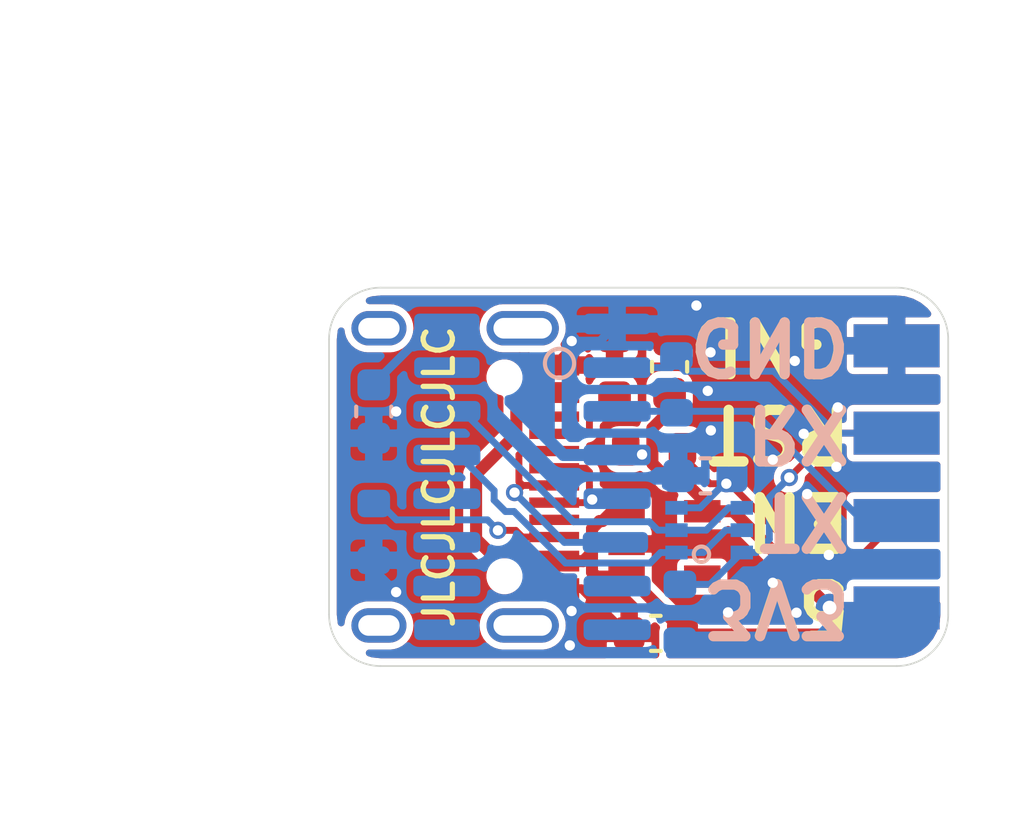
<source format=kicad_pcb>
(kicad_pcb (version 20171130) (host pcbnew 5.1.9+dfsg1-1+deb11u1)

  (general
    (thickness 1.6)
    (drawings 19)
    (tracks 193)
    (zones 0)
    (modules 14)
    (nets 25)
  )

  (page A4)
  (layers
    (0 F.Cu signal)
    (31 B.Cu signal)
    (32 B.Adhes user)
    (33 F.Adhes user)
    (34 B.Paste user)
    (35 F.Paste user)
    (36 B.SilkS user)
    (37 F.SilkS user)
    (38 B.Mask user)
    (39 F.Mask user)
    (40 Dwgs.User user)
    (41 Cmts.User user)
    (42 Eco1.User user)
    (43 Eco2.User user)
    (44 Edge.Cuts user)
    (45 Margin user)
    (46 B.CrtYd user)
    (47 F.CrtYd user)
    (48 B.Fab user)
    (49 F.Fab user)
  )

  (setup
    (last_trace_width 0.25)
    (trace_clearance 0.2)
    (zone_clearance 0.2)
    (zone_45_only no)
    (trace_min 0.2)
    (via_size 0.5)
    (via_drill 0.3)
    (via_min_size 0.4)
    (via_min_drill 0.3)
    (uvia_size 0.3)
    (uvia_drill 0.1)
    (uvias_allowed no)
    (uvia_min_size 0.2)
    (uvia_min_drill 0.1)
    (edge_width 0.05)
    (segment_width 0.2)
    (pcb_text_width 0.3)
    (pcb_text_size 1.5 1.5)
    (mod_edge_width 0.12)
    (mod_text_size 1 1)
    (mod_text_width 0.15)
    (pad_size 1 1.6)
    (pad_drill 0.6)
    (pad_to_mask_clearance 0)
    (aux_axis_origin 0 0)
    (visible_elements FFFFFF7F)
    (pcbplotparams
      (layerselection 0x010f0_ffffffff)
      (usegerberextensions true)
      (usegerberattributes false)
      (usegerberadvancedattributes false)
      (creategerberjobfile false)
      (excludeedgelayer true)
      (linewidth 0.100000)
      (plotframeref false)
      (viasonmask false)
      (mode 1)
      (useauxorigin false)
      (hpglpennumber 1)
      (hpglpenspeed 20)
      (hpglpendiameter 15.000000)
      (psnegative false)
      (psa4output false)
      (plotreference true)
      (plotvalue true)
      (plotinvisibletext false)
      (padsonsilk false)
      (subtractmaskfromsilk true)
      (outputformat 1)
      (mirror false)
      (drillshape 0)
      (scaleselection 1)
      (outputdirectory "gerb/"))
  )

  (net 0 "")
  (net 1 GND)
  (net 2 VUSB)
  (net 3 "Net-(J1-PadA8)")
  (net 4 "Net-(J1-PadB8)")
  (net 5 TX)
  (net 6 RX)
  (net 7 "Net-(U1-Pad7)")
  (net 8 "Net-(U1-Pad8)")
  (net 9 "Net-(U1-Pad9)")
  (net 10 "Net-(U1-Pad10)")
  (net 11 "Net-(U1-Pad11)")
  (net 12 "Net-(U1-Pad12)")
  (net 13 "Net-(U1-Pad15)")
  (net 14 VCC)
  (net 15 "Net-(U2-Pad4)")
  (net 16 dp)
  (net 17 dm)
  (net 18 CC2)
  (net 19 CC1)
  (net 20 "Net-(Q1-Pad1)")
  (net 21 "Net-(Q1-Pad2)")
  (net 22 EN)
  (net 23 RST)
  (net 24 "Net-(J1-PadS1)")

  (net_class Default "This is the default net class."
    (clearance 0.2)
    (trace_width 0.25)
    (via_dia 0.5)
    (via_drill 0.3)
    (uvia_dia 0.3)
    (uvia_drill 0.1)
    (add_net GND)
    (add_net "Net-(J1-PadA8)")
    (add_net "Net-(J1-PadB8)")
    (add_net "Net-(J1-PadS1)")
    (add_net "Net-(U1-Pad10)")
    (add_net "Net-(U1-Pad11)")
    (add_net "Net-(U1-Pad12)")
    (add_net "Net-(U1-Pad15)")
    (add_net "Net-(U1-Pad7)")
    (add_net "Net-(U1-Pad8)")
    (add_net "Net-(U1-Pad9)")
    (add_net "Net-(U2-Pad4)")
  )

  (net_class current ""
    (clearance 0.45)
    (trace_width 2.5)
    (via_dia 0.5)
    (via_drill 0.3)
    (uvia_dia 0.3)
    (uvia_drill 0.1)
  )

  (net_class data ""
    (clearance 0.2)
    (trace_width 0.2)
    (via_dia 0.5)
    (via_drill 0.3)
    (uvia_dia 0.3)
    (uvia_drill 0.1)
    (add_net CC1)
    (add_net CC2)
    (add_net EN)
    (add_net "Net-(Q1-Pad1)")
    (add_net "Net-(Q1-Pad2)")
    (add_net RST)
    (add_net RX)
    (add_net TX)
    (add_net dm)
    (add_net dp)
  )

  (net_class power ""
    (clearance 0.2)
    (trace_width 0.35)
    (via_dia 0.8)
    (via_drill 0.4)
    (uvia_dia 0.3)
    (uvia_drill 0.1)
    (add_net VCC)
    (add_net VUSB)
  )

  (module Package_TO_SOT_SMD:SOT-23-5 (layer F.Cu) (tedit 645D165B) (tstamp 645BE65A)
    (at 7.25 1.95)
    (descr "5-pin SOT23 package")
    (tags SOT-23-5)
    (path /645E4E24)
    (attr smd)
    (fp_text reference U2 (at 0 -2.9) (layer F.SilkS) hide
      (effects (font (size 1 1) (thickness 0.15)))
    )
    (fp_text value AP2112K-3.3 (at 0 2.9) (layer F.Fab)
      (effects (font (size 1 1) (thickness 0.15)))
    )
    (fp_line (start 0.9 -1.55) (end 0.9 1.55) (layer F.Fab) (width 0.1))
    (fp_line (start 0.9 1.55) (end -0.9 1.55) (layer F.Fab) (width 0.1))
    (fp_line (start -0.9 -0.9) (end -0.9 1.55) (layer F.Fab) (width 0.1))
    (fp_line (start 0.9 -1.55) (end -0.25 -1.55) (layer F.Fab) (width 0.1))
    (fp_line (start -0.9 -0.9) (end -0.25 -1.55) (layer F.Fab) (width 0.1))
    (fp_line (start -1.9 1.8) (end -1.9 -1.8) (layer F.CrtYd) (width 0.05))
    (fp_line (start 1.9 1.8) (end -1.9 1.8) (layer F.CrtYd) (width 0.05))
    (fp_line (start 1.9 -1.8) (end 1.9 1.8) (layer F.CrtYd) (width 0.05))
    (fp_line (start -1.9 -1.8) (end 1.9 -1.8) (layer F.CrtYd) (width 0.05))
    (fp_text user %R (at 0 0 90) (layer F.Fab)
      (effects (font (size 0.5 0.5) (thickness 0.075)))
    )
    (pad 1 smd rect (at -1.1 -0.95) (size 1.06 0.65) (layers F.Cu F.Paste F.Mask)
      (net 2 VUSB))
    (pad 2 smd rect (at -1.1 0) (size 1.06 0.65) (layers F.Cu F.Paste F.Mask)
      (net 1 GND))
    (pad 3 smd rect (at -1.1 0.95) (size 1.06 0.65) (layers F.Cu F.Paste F.Mask)
      (net 2 VUSB))
    (pad 4 smd rect (at 1.1 0.95) (size 1.06 0.65) (layers F.Cu F.Paste F.Mask)
      (net 15 "Net-(U2-Pad4)"))
    (pad 5 smd rect (at 1.1 -0.95) (size 1.06 0.65) (layers F.Cu F.Paste F.Mask)
      (net 14 VCC))
    (model ${KISYS3DMOD}/Package_TO_SOT_SMD.3dshapes/SOT-23-5.wrl
      (at (xyz 0 0 0))
      (scale (xyz 1 1 1))
      (rotate (xyz 0 0 0))
    )
  )

  (module Resistor_SMD:R_0603_1608Metric (layer B.Cu) (tedit 645C0CF4) (tstamp 645CAFDB)
    (at 7.7 3.95 90)
    (descr "Resistor SMD 0603 (1608 Metric), square (rectangular) end terminal, IPC_7351 nominal, (Body size source: IPC-SM-782 page 72, https://www.pcb-3d.com/wordpress/wp-content/uploads/ipc-sm-782a_amendment_1_and_2.pdf), generated with kicad-footprint-generator")
    (tags resistor)
    (path /64782490)
    (attr smd)
    (fp_text reference R4 (at 0 1.43 90) (layer B.SilkS) hide
      (effects (font (size 1 1) (thickness 0.15)) (justify mirror))
    )
    (fp_text value "10k Ohm" (at 0 -1.43 90) (layer B.Fab)
      (effects (font (size 1 1) (thickness 0.15)) (justify mirror))
    )
    (fp_line (start 1.48 -0.73) (end -1.48 -0.73) (layer B.CrtYd) (width 0.05))
    (fp_line (start 1.48 0.73) (end 1.48 -0.73) (layer B.CrtYd) (width 0.05))
    (fp_line (start -1.48 0.73) (end 1.48 0.73) (layer B.CrtYd) (width 0.05))
    (fp_line (start -1.48 -0.73) (end -1.48 0.73) (layer B.CrtYd) (width 0.05))
    (fp_line (start 0.8 -0.4125) (end -0.8 -0.4125) (layer B.Fab) (width 0.1))
    (fp_line (start 0.8 0.4125) (end 0.8 -0.4125) (layer B.Fab) (width 0.1))
    (fp_line (start -0.8 0.4125) (end 0.8 0.4125) (layer B.Fab) (width 0.1))
    (fp_line (start -0.8 -0.4125) (end -0.8 0.4125) (layer B.Fab) (width 0.1))
    (fp_text user %R (at 0 0 90) (layer B.Fab)
      (effects (font (size 0.4 0.4) (thickness 0.06)) (justify mirror))
    )
    (pad 2 smd roundrect (at 0.825 0 90) (size 0.8 0.95) (layers B.Cu B.Paste B.Mask) (roundrect_rratio 0.25)
      (net 23 RST))
    (pad 1 smd roundrect (at -0.825 0 90) (size 0.8 0.95) (layers B.Cu B.Paste B.Mask) (roundrect_rratio 0.25)
      (net 14 VCC))
    (model ${KISYS3DMOD}/Resistor_SMD.3dshapes/R_0603_1608Metric.wrl
      (at (xyz 0 0 0))
      (scale (xyz 1 1 1))
      (rotate (xyz 0 0 0))
    )
  )

  (module Capacitor_SMD:C_0603_1608Metric (layer B.Cu) (tedit 5F68FEEE) (tstamp 645CED22)
    (at 8.44 -0.03 180)
    (descr "Capacitor SMD 0603 (1608 Metric), square (rectangular) end terminal, IPC_7351 nominal, (Body size source: IPC-SM-782 page 76, https://www.pcb-3d.com/wordpress/wp-content/uploads/ipc-sm-782a_amendment_1_and_2.pdf), generated with kicad-footprint-generator")
    (tags capacitor)
    (path /645E7EBF)
    (attr smd)
    (fp_text reference C4 (at 0 1.43) (layer B.SilkS) hide
      (effects (font (size 1 1) (thickness 0.15)) (justify mirror))
    )
    (fp_text value 1uF (at 0 -1.43) (layer B.Fab)
      (effects (font (size 1 1) (thickness 0.15)) (justify mirror))
    )
    (fp_line (start -0.8 -0.4) (end -0.8 0.4) (layer B.Fab) (width 0.1))
    (fp_line (start -0.8 0.4) (end 0.8 0.4) (layer B.Fab) (width 0.1))
    (fp_line (start 0.8 0.4) (end 0.8 -0.4) (layer B.Fab) (width 0.1))
    (fp_line (start 0.8 -0.4) (end -0.8 -0.4) (layer B.Fab) (width 0.1))
    (fp_line (start -0.14058 0.51) (end 0.14058 0.51) (layer B.SilkS) (width 0.12))
    (fp_line (start -0.14058 -0.51) (end 0.14058 -0.51) (layer B.SilkS) (width 0.12))
    (fp_line (start -1.48 -0.73) (end -1.48 0.73) (layer B.CrtYd) (width 0.05))
    (fp_line (start -1.48 0.73) (end 1.48 0.73) (layer B.CrtYd) (width 0.05))
    (fp_line (start 1.48 0.73) (end 1.48 -0.73) (layer B.CrtYd) (width 0.05))
    (fp_line (start 1.48 -0.73) (end -1.48 -0.73) (layer B.CrtYd) (width 0.05))
    (fp_text user %R (at 0 0) (layer B.Fab)
      (effects (font (size 0.4 0.4) (thickness 0.06)) (justify mirror))
    )
    (pad 2 smd roundrect (at 0.775 0 180) (size 0.9 0.95) (layers B.Cu B.Paste B.Mask) (roundrect_rratio 0.25)
      (net 1 GND))
    (pad 1 smd roundrect (at -0.775 0 180) (size 0.9 0.95) (layers B.Cu B.Paste B.Mask) (roundrect_rratio 0.25)
      (net 22 EN))
    (model ${KISYS3DMOD}/Capacitor_SMD.3dshapes/C_0603_1608Metric.wrl
      (at (xyz 0 0 0))
      (scale (xyz 1 1 1))
      (rotate (xyz 0 0 0))
    )
  )

  (module Resistor_SMD:R_0603_1608Metric (layer B.Cu) (tedit 645C1CB4) (tstamp 645CDD91)
    (at 7.6 -2.69 270)
    (descr "Resistor SMD 0603 (1608 Metric), square (rectangular) end terminal, IPC_7351 nominal, (Body size source: IPC-SM-782 page 72, https://www.pcb-3d.com/wordpress/wp-content/uploads/ipc-sm-782a_amendment_1_and_2.pdf), generated with kicad-footprint-generator")
    (tags resistor)
    (path /647C1804)
    (attr smd)
    (fp_text reference R3 (at 0 1.43 270) (layer B.SilkS) hide
      (effects (font (size 1 1) (thickness 0.15)) (justify mirror))
    )
    (fp_text value "5k1 Ohm (optional for UPDI)" (at 0 -1.43 270) (layer B.Fab)
      (effects (font (size 1 1) (thickness 0.15)) (justify mirror))
    )
    (fp_line (start -0.8 -0.4125) (end -0.8 0.4125) (layer B.Fab) (width 0.1))
    (fp_line (start -0.8 0.4125) (end 0.8 0.4125) (layer B.Fab) (width 0.1))
    (fp_line (start 0.8 0.4125) (end 0.8 -0.4125) (layer B.Fab) (width 0.1))
    (fp_line (start 0.8 -0.4125) (end -0.8 -0.4125) (layer B.Fab) (width 0.1))
    (fp_line (start -1.48 -0.73) (end -1.48 0.73) (layer B.CrtYd) (width 0.05))
    (fp_line (start -1.48 0.73) (end 1.48 0.73) (layer B.CrtYd) (width 0.05))
    (fp_line (start 1.48 0.73) (end 1.48 -0.73) (layer B.CrtYd) (width 0.05))
    (fp_line (start 1.48 -0.73) (end -1.48 -0.73) (layer B.CrtYd) (width 0.05))
    (fp_text user %R (at 0 0 270) (layer B.Fab)
      (effects (font (size 0.4 0.4) (thickness 0.06)) (justify mirror))
    )
    (pad 1 smd roundrect (at -0.825 0 270) (size 0.8 0.95) (layers B.Cu B.Paste B.Mask) (roundrect_rratio 0.25)
      (net 5 TX))
    (pad 2 smd roundrect (at 0.825 0 270) (size 0.8 0.95) (layers B.Cu B.Paste B.Mask) (roundrect_rratio 0.25)
      (net 6 RX))
    (model ${KISYS3DMOD}/Resistor_SMD.3dshapes/R_0603_1608Metric.wrl
      (at (xyz 0 0 0))
      (scale (xyz 1 1 1))
      (rotate (xyz 0 0 0))
    )
  )

  (module serial:PinSocket_2x04_P2.54mm_Edge (layer B.Cu) (tedit 645C1415) (tstamp 645C86CB)
    (at 14 0)
    (descr "Through hole angled socket strip, 2x04, 2.54mm pitch, 8.51mm socket length, double cols (from Kicad 4.0.7), script generated")
    (tags "Through hole angled socket strip THT 2x04 2.54mm double row")
    (path /6465166D)
    (fp_text reference J2 (at -2.54 0) (layer B.SilkS) hide
      (effects (font (size 1 1) (thickness 0.15)) (justify mirror))
    )
    (fp_text value Conn_02x04_Top_Bottom (at -5.65 -10.39) (layer B.Fab)
      (effects (font (size 1 1) (thickness 0.15)) (justify mirror))
    )
    (pad 1 smd rect (at 0 3.81) (size 2.5 1.25) (layers B.Cu B.Mask)
      (net 14 VCC))
    (pad 2 smd rect (at 0 1.27) (size 2.5 1.25) (layers B.Cu B.Mask)
      (net 6 RX))
    (pad 3 smd rect (at 0 -1.27) (size 2.5 1.25) (layers B.Cu B.Mask)
      (net 5 TX))
    (pad 4 smd rect (at 0 -3.81) (size 2.5 1.25) (layers B.Cu B.Mask)
      (net 1 GND))
    (pad 5 smd rect (at 0 3.81) (size 2.5 1.25) (layers F.Cu F.Mask)
      (net 2 VUSB))
    (pad 6 smd rect (at 0 1.27) (size 2.5 1.25) (layers F.Cu F.Mask)
      (net 22 EN))
    (pad 7 smd rect (at 0 -1.27) (size 2.5 1.25) (layers F.Cu F.Mask)
      (net 23 RST))
    (pad 8 smd rect (at 0 -3.81) (size 2.5 1.25) (layers F.Cu F.Mask)
      (net 1 GND))
    (model ${KISYS3DMOD}/Connector_PinHeader_2.54mm.3dshapes/PinHeader_2x04_P2.54mm_Vertical.wrl
      (offset (xyz 1.8 3.84 0.5))
      (scale (xyz 1 1 1))
      (rotate (xyz 0 -90 0))
    )
  )

  (module footprints:USB_C_Receptacle_HRO_TYPE-C-31-M-12 (layer F.Cu) (tedit 645EAD65) (tstamp 645AB7C7)
    (at 0 0 270)
    (descr "USB Type-C receptacle for USB 2.0 and PD, http://www.krhro.com/uploads/soft/180320/1-1P320120243.pdf")
    (tags "usb usb-c 2.0 pd")
    (path /6427861C)
    (attr smd)
    (fp_text reference J1 (at 0 -5.645 90) (layer F.SilkS) hide
      (effects (font (size 1 1) (thickness 0.15)))
    )
    (fp_text value USB_C_Receptacle_USB2.0 (at 0 5.1 90) (layer F.Fab) hide
      (effects (font (size 1 1) (thickness 0.15)))
    )
    (fp_line (start 5.32 -5.27) (end 5.32 4.15) (layer F.CrtYd) (width 0.05))
    (fp_line (start -5.32 -5.27) (end -5.32 4.15) (layer F.CrtYd) (width 0.05))
    (fp_line (start -5.32 4.15) (end 5.32 4.15) (layer F.CrtYd) (width 0.05))
    (fp_line (start -5.32 -5.27) (end 5.32 -5.27) (layer F.CrtYd) (width 0.05))
    (fp_line (start 4.47 -3.65) (end 4.47 3.65) (layer F.Fab) (width 0.1))
    (fp_line (start -4.47 3.65) (end 4.47 3.65) (layer F.Fab) (width 0.1))
    (fp_line (start -4.47 -3.65) (end -4.47 3.65) (layer F.Fab) (width 0.1))
    (fp_line (start -4.47 -3.65) (end 4.47 -3.65) (layer F.Fab) (width 0.1))
    (fp_text user %R (at 0 0 90) (layer F.Fab)
      (effects (font (size 1 1) (thickness 0.15)))
    )
    (pad "" thru_hole oval (at 4.32 1.05 270) (size 1 1.6) (drill oval 0.6 1.2) (layers *.Cu *.Mask))
    (pad "" np_thru_hole circle (at 2.89 -2.6 270) (size 0.65 0.65) (drill 0.65) (layers *.Cu *.Mask)
      (zone_connect 2))
    (pad S1 thru_hole oval (at -4.32 1.05 270) (size 1 1.6) (drill oval 0.6 1.2) (layers *.Cu *.Mask)
      (net 24 "Net-(J1-PadS1)"))
    (pad "" np_thru_hole circle (at -2.89 -2.6 270) (size 0.65 0.65) (drill 0.65) (layers *.Cu *.Mask)
      (zone_connect 0))
    (pad "" thru_hole oval (at -4.32 -3.13 270) (size 1 2.1) (drill oval 0.6 1.7) (layers *.Cu *.Mask))
    (pad "" thru_hole oval (at 4.32 -3.13 270) (size 1 2.1) (drill oval 0.6 1.7) (layers *.Cu *.Mask))
    (pad A6 smd rect (at -0.25 -4.045 270) (size 0.3 1.45) (layers F.Cu F.Paste F.Mask)
      (net 16 dp))
    (pad B5 smd rect (at 1.75 -4.045 270) (size 0.3 1.45) (layers F.Cu F.Paste F.Mask)
      (net 18 CC2))
    (pad A8 smd rect (at 1.25 -4.045 270) (size 0.3 1.45) (layers F.Cu F.Paste F.Mask)
      (net 3 "Net-(J1-PadA8)"))
    (pad B6 smd rect (at 0.75 -4.045 270) (size 0.3 1.45) (layers F.Cu F.Paste F.Mask)
      (net 16 dp))
    (pad A7 smd rect (at 0.25 -4.045 270) (size 0.3 1.45) (layers F.Cu F.Paste F.Mask)
      (net 17 dm))
    (pad B7 smd rect (at -0.75 -4.045 270) (size 0.3 1.45) (layers F.Cu F.Paste F.Mask)
      (net 17 dm))
    (pad A5 smd rect (at -1.25 -4.045 270) (size 0.3 1.45) (layers F.Cu F.Paste F.Mask)
      (net 19 CC1))
    (pad B8 smd rect (at -1.75 -4.045 270) (size 0.3 1.45) (layers F.Cu F.Paste F.Mask)
      (net 4 "Net-(J1-PadB8)"))
    (pad A12 smd rect (at 3.25 -4.045 270) (size 0.6 1.45) (layers F.Cu F.Paste F.Mask)
      (net 1 GND))
    (pad B4 smd rect (at 2.45 -4.045 270) (size 0.6 1.45) (layers F.Cu F.Paste F.Mask)
      (net 2 VUSB))
    (pad A4 smd rect (at -2.45 -4.045 270) (size 0.6 1.45) (layers F.Cu F.Paste F.Mask)
      (net 2 VUSB))
    (pad A1 smd rect (at -3.25 -4.045 270) (size 0.6 1.45) (layers F.Cu F.Paste F.Mask)
      (net 1 GND))
    (pad B12 smd rect (at -3.25 -4.045 270) (size 0.6 1.45) (layers F.Cu F.Paste F.Mask)
      (net 1 GND))
    (pad B9 smd rect (at -2.45 -4.045 270) (size 0.6 1.45) (layers F.Cu F.Paste F.Mask)
      (net 2 VUSB))
    (pad A9 smd rect (at 2.45 -4.045 270) (size 0.6 1.45) (layers F.Cu F.Paste F.Mask)
      (net 2 VUSB))
    (pad B1 smd rect (at 3.25 -4.045 270) (size 0.6 1.45) (layers F.Cu F.Paste F.Mask)
      (net 1 GND))
    (model ${KISYS3DMOD}/Connector_USB.3dshapes/USB_C_Receptacle_HRO_TYPE-C-31-M-12.wrl
      (at (xyz 0 0 0))
      (scale (xyz 1 1 1))
      (rotate (xyz 0 0 0))
    )
  )

  (module Resistor_SMD:R_0603_1608Metric (layer F.Cu) (tedit 645C0C8B) (tstamp 645CAFEC)
    (at 6.95 -0.8)
    (descr "Resistor SMD 0603 (1608 Metric), square (rectangular) end terminal, IPC_7351 nominal, (Body size source: IPC-SM-782 page 72, https://www.pcb-3d.com/wordpress/wp-content/uploads/ipc-sm-782a_amendment_1_and_2.pdf), generated with kicad-footprint-generator")
    (tags resistor)
    (path /647284BD)
    (attr smd)
    (fp_text reference R5 (at 0 -1.43 180) (layer F.SilkS) hide
      (effects (font (size 1 1) (thickness 0.15)))
    )
    (fp_text value "10k Ohm" (at 0 1.43 180) (layer F.Fab)
      (effects (font (size 1 1) (thickness 0.15)))
    )
    (fp_line (start -0.8 0.4125) (end -0.8 -0.4125) (layer F.Fab) (width 0.1))
    (fp_line (start -0.8 -0.4125) (end 0.8 -0.4125) (layer F.Fab) (width 0.1))
    (fp_line (start 0.8 -0.4125) (end 0.8 0.4125) (layer F.Fab) (width 0.1))
    (fp_line (start 0.8 0.4125) (end -0.8 0.4125) (layer F.Fab) (width 0.1))
    (fp_line (start -1.48 0.73) (end -1.48 -0.73) (layer F.CrtYd) (width 0.05))
    (fp_line (start -1.48 -0.73) (end 1.48 -0.73) (layer F.CrtYd) (width 0.05))
    (fp_line (start 1.48 -0.73) (end 1.48 0.73) (layer F.CrtYd) (width 0.05))
    (fp_line (start 1.48 0.73) (end -1.48 0.73) (layer F.CrtYd) (width 0.05))
    (fp_text user %R (at 0 0 180) (layer F.Fab)
      (effects (font (size 0.4 0.4) (thickness 0.06)))
    )
    (pad 1 smd roundrect (at -0.825 0) (size 0.8 0.95) (layers F.Cu F.Paste F.Mask) (roundrect_rratio 0.25)
      (net 14 VCC))
    (pad 2 smd roundrect (at 0.825 0) (size 0.8 0.95) (layers F.Cu F.Paste F.Mask) (roundrect_rratio 0.25)
      (net 22 EN))
    (model ${KISYS3DMOD}/Resistor_SMD.3dshapes/R_0603_1608Metric.wrl
      (at (xyz 0 0 0))
      (scale (xyz 1 1 1))
      (rotate (xyz 0 0 0))
    )
  )

  (module Package_SO:SOIC-16_3.9x9.9mm_P1.27mm (layer B.Cu) (tedit 645C0224) (tstamp 645AB823)
    (at 3.4 0 180)
    (descr "SOIC, 16 Pin (JEDEC MS-012AC, https://www.analog.com/media/en/package-pcb-resources/package/pkg_pdf/soic_narrow-r/r_16.pdf), generated with kicad-footprint-generator ipc_gullwing_generator.py")
    (tags "SOIC SO")
    (path /64238EC4)
    (attr smd)
    (fp_text reference U1 (at 0 5.9 180) (layer B.SilkS) hide
      (effects (font (size 1 1) (thickness 0.15)) (justify mirror))
    )
    (fp_text value CH340B (at 0 -5.9 180) (layer B.Fab) hide
      (effects (font (size 1 1) (thickness 0.15)) (justify mirror))
    )
    (fp_line (start -0.975 4.95) (end 1.95 4.95) (layer B.Fab) (width 0.1))
    (fp_line (start 1.95 4.95) (end 1.95 -4.95) (layer B.Fab) (width 0.1))
    (fp_line (start 1.95 -4.95) (end -1.95 -4.95) (layer B.Fab) (width 0.1))
    (fp_line (start -1.95 -4.95) (end -1.95 3.975) (layer B.Fab) (width 0.1))
    (fp_line (start -1.95 3.975) (end -0.975 4.95) (layer B.Fab) (width 0.1))
    (fp_line (start -3.7 5.2) (end -3.7 -5.2) (layer B.CrtYd) (width 0.05))
    (fp_line (start -3.7 -5.2) (end 3.7 -5.2) (layer B.CrtYd) (width 0.05))
    (fp_line (start 3.7 -5.2) (end 3.7 5.2) (layer B.CrtYd) (width 0.05))
    (fp_line (start 3.7 5.2) (end -3.7 5.2) (layer B.CrtYd) (width 0.05))
    (fp_circle (center -0.8 3.3) (end -0.5 3) (layer B.SilkS) (width 0.12))
    (fp_text user %R (at 0 0 180) (layer B.Fab)
      (effects (font (size 0.98 0.98) (thickness 0.15)) (justify mirror))
    )
    (pad 1 smd roundrect (at -2.475 4.445 180) (size 1.95 0.6) (layers B.Cu B.Paste B.Mask) (roundrect_rratio 0.25)
      (net 1 GND))
    (pad 2 smd roundrect (at -2.475 3.175 180) (size 1.95 0.6) (layers B.Cu B.Paste B.Mask) (roundrect_rratio 0.25)
      (net 5 TX))
    (pad 3 smd roundrect (at -2.475 1.905 180) (size 1.95 0.6) (layers B.Cu B.Paste B.Mask) (roundrect_rratio 0.25)
      (net 6 RX))
    (pad 4 smd roundrect (at -2.475 0.635 180) (size 1.95 0.6) (layers B.Cu B.Paste B.Mask) (roundrect_rratio 0.25)
      (net 14 VCC))
    (pad 5 smd roundrect (at -2.475 -0.635 180) (size 1.95 0.6) (layers B.Cu B.Paste B.Mask) (roundrect_rratio 0.25)
      (net 16 dp))
    (pad 6 smd roundrect (at -2.425 -1.905 180) (size 1.9 0.6) (layers B.Cu B.Paste B.Mask) (roundrect_rratio 0.25)
      (net 17 dm))
    (pad 7 smd roundrect (at -2.475 -3.175 180) (size 1.95 0.6) (layers B.Cu B.Paste B.Mask) (roundrect_rratio 0.25)
      (net 7 "Net-(U1-Pad7)"))
    (pad 8 smd roundrect (at -2.475 -4.445 180) (size 1.95 0.6) (layers B.Cu B.Paste B.Mask) (roundrect_rratio 0.25)
      (net 8 "Net-(U1-Pad8)"))
    (pad 9 smd roundrect (at 2.475 -4.445 180) (size 1.9 0.6) (layers B.Cu B.Paste B.Mask) (roundrect_rratio 0.25)
      (net 9 "Net-(U1-Pad9)"))
    (pad 10 smd roundrect (at 2.475 -3.175 180) (size 1.95 0.6) (layers B.Cu B.Paste B.Mask) (roundrect_rratio 0.25)
      (net 10 "Net-(U1-Pad10)"))
    (pad 11 smd roundrect (at 2.475 -1.905 180) (size 1.95 0.6) (layers B.Cu B.Paste B.Mask) (roundrect_rratio 0.25)
      (net 11 "Net-(U1-Pad11)"))
    (pad 12 smd roundrect (at 2.475 -0.635 180) (size 1.95 0.6) (layers B.Cu B.Paste B.Mask) (roundrect_rratio 0.25)
      (net 12 "Net-(U1-Pad12)"))
    (pad 13 smd roundrect (at 2.475 0.635 180) (size 1.95 0.6) (layers B.Cu B.Paste B.Mask) (roundrect_rratio 0.25)
      (net 20 "Net-(Q1-Pad1)"))
    (pad 14 smd roundrect (at 2.475 1.905 180) (size 1.95 0.6) (layers B.Cu B.Paste B.Mask) (roundrect_rratio 0.25)
      (net 21 "Net-(Q1-Pad2)"))
    (pad 15 smd roundrect (at 2.475 3.175 180) (size 1.9 0.6) (layers B.Cu B.Paste B.Mask) (roundrect_rratio 0.25)
      (net 13 "Net-(U1-Pad15)"))
    (pad 16 smd roundrect (at 2.475 4.445 180) (size 1.9 0.6) (layers B.Cu B.Paste B.Mask) (roundrect_rratio 0.25)
      (net 14 VCC))
    (model ${KISYS3DMOD}/Package_SO.3dshapes/SOIC-16_3.9x9.9mm_P1.27mm.wrl
      (at (xyz 0 0 0))
      (scale (xyz 1 1 1))
      (rotate (xyz 0 0 0))
    )
  )

  (module Package_TO_SOT_SMD:SOT-363_SC-70-6 (layer B.Cu) (tedit 645C01EA) (tstamp 645C927E)
    (at 8.55 1.55)
    (descr "SOT-363, SC-70-6")
    (tags "SOT-363 SC-70-6")
    (path /646A57E3)
    (attr smd)
    (fp_text reference Q1 (at 0 2) (layer B.SilkS) hide
      (effects (font (size 1 1) (thickness 0.15)) (justify mirror))
    )
    (fp_text value UMH3N (at 0 -2 180) (layer B.Fab)
      (effects (font (size 1 1) (thickness 0.15)) (justify mirror))
    )
    (fp_line (start 1.6 -1.4) (end 1.6 1.4) (layer B.CrtYd) (width 0.05))
    (fp_line (start -1.6 1.4) (end -1.6 -1.4) (layer B.CrtYd) (width 0.05))
    (fp_line (start -1.6 1.4) (end 1.6 1.4) (layer B.CrtYd) (width 0.05))
    (fp_line (start 0.675 1.1) (end -0.175 1.1) (layer B.Fab) (width 0.1))
    (fp_line (start -0.675 0.6) (end -0.675 -1.1) (layer B.Fab) (width 0.1))
    (fp_line (start -1.6 -1.4) (end 1.6 -1.4) (layer B.CrtYd) (width 0.05))
    (fp_line (start 0.675 1.1) (end 0.675 -1.1) (layer B.Fab) (width 0.1))
    (fp_line (start 0.675 -1.1) (end -0.675 -1.1) (layer B.Fab) (width 0.1))
    (fp_line (start -0.175 1.1) (end -0.675 0.6) (layer B.Fab) (width 0.1))
    (fp_circle (center -0.223606 0.7) (end -0.123606 0.5) (layer B.SilkS) (width 0.12))
    (fp_text user %R (at 0 0 270) (layer B.Fab)
      (effects (font (size 0.5 0.5) (thickness 0.075)) (justify mirror))
    )
    (pad 1 smd rect (at -0.95 0.65) (size 0.65 0.4) (layers B.Cu B.Paste B.Mask)
      (net 20 "Net-(Q1-Pad1)"))
    (pad 3 smd rect (at -0.95 -0.65) (size 0.65 0.4) (layers B.Cu B.Paste B.Mask)
      (net 22 EN))
    (pad 5 smd rect (at 0.95 0) (size 0.65 0.4) (layers B.Cu B.Paste B.Mask)
      (net 20 "Net-(Q1-Pad1)"))
    (pad 2 smd rect (at -0.95 0) (size 0.65 0.4) (layers B.Cu B.Paste B.Mask)
      (net 21 "Net-(Q1-Pad2)"))
    (pad 4 smd rect (at 0.95 -0.65) (size 0.65 0.4) (layers B.Cu B.Paste B.Mask)
      (net 21 "Net-(Q1-Pad2)"))
    (pad 6 smd rect (at 0.95 0.65) (size 0.65 0.4) (layers B.Cu B.Paste B.Mask)
      (net 23 RST))
    (model ${KISYS3DMOD}/Package_TO_SOT_SMD.3dshapes/SOT-363_SC-70-6.wrl
      (at (xyz 0 0 0))
      (scale (xyz 1 1 1))
      (rotate (xyz 0 0 0))
    )
  )

  (module Resistor_SMD:R_0603_1608Metric (layer F.Cu) (tedit 645BF909) (tstamp 645C7722)
    (at 5.8 -3.2 270)
    (descr "Resistor SMD 0603 (1608 Metric), square (rectangular) end terminal, IPC_7351 nominal, (Body size source: IPC-SM-782 page 72, https://www.pcb-3d.com/wordpress/wp-content/uploads/ipc-sm-782a_amendment_1_and_2.pdf), generated with kicad-footprint-generator")
    (tags resistor)
    (path /642975F3)
    (attr smd)
    (fp_text reference R2 (at 0 -1.43 270) (layer F.SilkS) hide
      (effects (font (size 1 1) (thickness 0.15)))
    )
    (fp_text value "5k1 Ohm" (at 0 1.43 270) (layer F.Fab)
      (effects (font (size 1 1) (thickness 0.15)))
    )
    (fp_line (start -0.8 0.4125) (end -0.8 -0.4125) (layer F.Fab) (width 0.1))
    (fp_line (start -0.8 -0.4125) (end 0.8 -0.4125) (layer F.Fab) (width 0.1))
    (fp_line (start 0.8 -0.4125) (end 0.8 0.4125) (layer F.Fab) (width 0.1))
    (fp_line (start 0.8 0.4125) (end -0.8 0.4125) (layer F.Fab) (width 0.1))
    (fp_line (start -1.48 0.73) (end -1.48 -0.73) (layer F.CrtYd) (width 0.05))
    (fp_line (start -1.48 -0.73) (end 1.48 -0.73) (layer F.CrtYd) (width 0.05))
    (fp_line (start 1.48 -0.73) (end 1.48 0.73) (layer F.CrtYd) (width 0.05))
    (fp_line (start 1.48 0.73) (end -1.48 0.73) (layer F.CrtYd) (width 0.05))
    (fp_text user %R (at 0 0 270) (layer F.Fab)
      (effects (font (size 0.4 0.4) (thickness 0.06)))
    )
    (pad 2 smd roundrect (at 0.825 0 270) (size 0.8 0.95) (layers F.Cu F.Paste F.Mask) (roundrect_rratio 0.25)
      (net 19 CC1))
    (pad 1 smd roundrect (at -0.825 0 270) (size 0.8 0.95) (layers F.Cu F.Paste F.Mask) (roundrect_rratio 0.25)
      (net 1 GND))
    (model ${KISYS3DMOD}/Resistor_SMD.3dshapes/R_0603_1608Metric.wrl
      (at (xyz 0 0 0))
      (scale (xyz 1 1 1))
      (rotate (xyz 0 0 0))
    )
  )

  (module Resistor_SMD:R_0603_1608Metric (layer B.Cu) (tedit 645BF8F8) (tstamp 645C7712)
    (at -1.2 1.6 90)
    (descr "Resistor SMD 0603 (1608 Metric), square (rectangular) end terminal, IPC_7351 nominal, (Body size source: IPC-SM-782 page 72, https://www.pcb-3d.com/wordpress/wp-content/uploads/ipc-sm-782a_amendment_1_and_2.pdf), generated with kicad-footprint-generator")
    (tags resistor)
    (path /6428F85D)
    (attr smd)
    (fp_text reference R1 (at 0 1.43 90) (layer B.SilkS) hide
      (effects (font (size 1 1) (thickness 0.15)) (justify mirror))
    )
    (fp_text value "5k1 Ohm" (at 0 -1.43 90) (layer B.Fab)
      (effects (font (size 1 1) (thickness 0.15)) (justify mirror))
    )
    (fp_line (start 1.48 -0.73) (end -1.48 -0.73) (layer B.CrtYd) (width 0.05))
    (fp_line (start 1.48 0.73) (end 1.48 -0.73) (layer B.CrtYd) (width 0.05))
    (fp_line (start -1.48 0.73) (end 1.48 0.73) (layer B.CrtYd) (width 0.05))
    (fp_line (start -1.48 -0.73) (end -1.48 0.73) (layer B.CrtYd) (width 0.05))
    (fp_line (start 0.8 -0.4125) (end -0.8 -0.4125) (layer B.Fab) (width 0.1))
    (fp_line (start 0.8 0.4125) (end 0.8 -0.4125) (layer B.Fab) (width 0.1))
    (fp_line (start -0.8 0.4125) (end 0.8 0.4125) (layer B.Fab) (width 0.1))
    (fp_line (start -0.8 -0.4125) (end -0.8 0.4125) (layer B.Fab) (width 0.1))
    (fp_text user %R (at 0 0 90) (layer B.Fab)
      (effects (font (size 0.4 0.4) (thickness 0.06)) (justify mirror))
    )
    (pad 1 smd roundrect (at -0.825 0 90) (size 0.8 0.95) (layers B.Cu B.Paste B.Mask) (roundrect_rratio 0.25)
      (net 1 GND))
    (pad 2 smd roundrect (at 0.825 0 90) (size 0.8 0.95) (layers B.Cu B.Paste B.Mask) (roundrect_rratio 0.25)
      (net 18 CC2))
    (model ${KISYS3DMOD}/Resistor_SMD.3dshapes/R_0603_1608Metric.wrl
      (at (xyz 0 0 0))
      (scale (xyz 1 1 1))
      (rotate (xyz 0 0 0))
    )
  )

  (module Capacitor_SMD:C_0603_1608Metric (layer F.Cu) (tedit 5F68FEEE) (tstamp 645C76E2)
    (at 7 4.55 180)
    (descr "Capacitor SMD 0603 (1608 Metric), square (rectangular) end terminal, IPC_7351 nominal, (Body size source: IPC-SM-782 page 76, https://www.pcb-3d.com/wordpress/wp-content/uploads/ipc-sm-782a_amendment_1_and_2.pdf), generated with kicad-footprint-generator")
    (tags capacitor)
    (path /6442DCA1)
    (attr smd)
    (fp_text reference C1 (at 0 -1.43) (layer F.SilkS) hide
      (effects (font (size 1 1) (thickness 0.15)))
    )
    (fp_text value 1uF (at 0 1.43) (layer F.Fab)
      (effects (font (size 1 1) (thickness 0.15)))
    )
    (fp_line (start 1.48 0.73) (end -1.48 0.73) (layer F.CrtYd) (width 0.05))
    (fp_line (start 1.48 -0.73) (end 1.48 0.73) (layer F.CrtYd) (width 0.05))
    (fp_line (start -1.48 -0.73) (end 1.48 -0.73) (layer F.CrtYd) (width 0.05))
    (fp_line (start -1.48 0.73) (end -1.48 -0.73) (layer F.CrtYd) (width 0.05))
    (fp_line (start -0.14058 0.51) (end 0.14058 0.51) (layer F.SilkS) (width 0.12))
    (fp_line (start -0.14058 -0.51) (end 0.14058 -0.51) (layer F.SilkS) (width 0.12))
    (fp_line (start 0.8 0.4) (end -0.8 0.4) (layer F.Fab) (width 0.1))
    (fp_line (start 0.8 -0.4) (end 0.8 0.4) (layer F.Fab) (width 0.1))
    (fp_line (start -0.8 -0.4) (end 0.8 -0.4) (layer F.Fab) (width 0.1))
    (fp_line (start -0.8 0.4) (end -0.8 -0.4) (layer F.Fab) (width 0.1))
    (fp_text user %R (at 0 0) (layer F.Fab)
      (effects (font (size 0.4 0.4) (thickness 0.06)))
    )
    (pad 1 smd roundrect (at -0.775 0 180) (size 0.9 0.95) (layers F.Cu F.Paste F.Mask) (roundrect_rratio 0.25)
      (net 2 VUSB))
    (pad 2 smd roundrect (at 0.775 0 180) (size 0.9 0.95) (layers F.Cu F.Paste F.Mask) (roundrect_rratio 0.25)
      (net 1 GND))
    (model ${KISYS3DMOD}/Capacitor_SMD.3dshapes/C_0603_1608Metric.wrl
      (at (xyz 0 0 0))
      (scale (xyz 1 1 1))
      (rotate (xyz 0 0 0))
    )
  )

  (module Capacitor_SMD:C_0603_1608Metric (layer F.Cu) (tedit 5F68FEEE) (tstamp 645C76F2)
    (at 7.4 -3.2 90)
    (descr "Capacitor SMD 0603 (1608 Metric), square (rectangular) end terminal, IPC_7351 nominal, (Body size source: IPC-SM-782 page 76, https://www.pcb-3d.com/wordpress/wp-content/uploads/ipc-sm-782a_amendment_1_and_2.pdf), generated with kicad-footprint-generator")
    (tags capacitor)
    (path /64473799)
    (attr smd)
    (fp_text reference C2 (at 0 -1.43 90) (layer F.SilkS) hide
      (effects (font (size 1 1) (thickness 0.15)))
    )
    (fp_text value 1uF (at 0 1.43 90) (layer F.Fab)
      (effects (font (size 1 1) (thickness 0.15)))
    )
    (fp_line (start -0.8 0.4) (end -0.8 -0.4) (layer F.Fab) (width 0.1))
    (fp_line (start -0.8 -0.4) (end 0.8 -0.4) (layer F.Fab) (width 0.1))
    (fp_line (start 0.8 -0.4) (end 0.8 0.4) (layer F.Fab) (width 0.1))
    (fp_line (start 0.8 0.4) (end -0.8 0.4) (layer F.Fab) (width 0.1))
    (fp_line (start -0.14058 -0.51) (end 0.14058 -0.51) (layer F.SilkS) (width 0.12))
    (fp_line (start -0.14058 0.51) (end 0.14058 0.51) (layer F.SilkS) (width 0.12))
    (fp_line (start -1.48 0.73) (end -1.48 -0.73) (layer F.CrtYd) (width 0.05))
    (fp_line (start -1.48 -0.73) (end 1.48 -0.73) (layer F.CrtYd) (width 0.05))
    (fp_line (start 1.48 -0.73) (end 1.48 0.73) (layer F.CrtYd) (width 0.05))
    (fp_line (start 1.48 0.73) (end -1.48 0.73) (layer F.CrtYd) (width 0.05))
    (fp_text user %R (at 0 0 90) (layer F.Fab)
      (effects (font (size 0.4 0.4) (thickness 0.06)))
    )
    (pad 2 smd roundrect (at 0.775 0 90) (size 0.9 0.95) (layers F.Cu F.Paste F.Mask) (roundrect_rratio 0.25)
      (net 1 GND))
    (pad 1 smd roundrect (at -0.775 0 90) (size 0.9 0.95) (layers F.Cu F.Paste F.Mask) (roundrect_rratio 0.25)
      (net 14 VCC))
    (model ${KISYS3DMOD}/Capacitor_SMD.3dshapes/C_0603_1608Metric.wrl
      (at (xyz 0 0 0))
      (scale (xyz 1 1 1))
      (rotate (xyz 0 0 0))
    )
  )

  (module Capacitor_SMD:C_0603_1608Metric (layer B.Cu) (tedit 5F68FEEE) (tstamp 645C7702)
    (at -1.2 -1.9 270)
    (descr "Capacitor SMD 0603 (1608 Metric), square (rectangular) end terminal, IPC_7351 nominal, (Body size source: IPC-SM-782 page 76, https://www.pcb-3d.com/wordpress/wp-content/uploads/ipc-sm-782a_amendment_1_and_2.pdf), generated with kicad-footprint-generator")
    (tags capacitor)
    (path /6447DC74)
    (attr smd)
    (fp_text reference C3 (at 0 1.43 90) (layer B.SilkS) hide
      (effects (font (size 1 1) (thickness 0.15)) (justify mirror))
    )
    (fp_text value 100nF (at 0 -1.43 90) (layer B.Fab)
      (effects (font (size 1 1) (thickness 0.15)) (justify mirror))
    )
    (fp_line (start 1.48 -0.73) (end -1.48 -0.73) (layer B.CrtYd) (width 0.05))
    (fp_line (start 1.48 0.73) (end 1.48 -0.73) (layer B.CrtYd) (width 0.05))
    (fp_line (start -1.48 0.73) (end 1.48 0.73) (layer B.CrtYd) (width 0.05))
    (fp_line (start -1.48 -0.73) (end -1.48 0.73) (layer B.CrtYd) (width 0.05))
    (fp_line (start -0.14058 -0.51) (end 0.14058 -0.51) (layer B.SilkS) (width 0.12))
    (fp_line (start -0.14058 0.51) (end 0.14058 0.51) (layer B.SilkS) (width 0.12))
    (fp_line (start 0.8 -0.4) (end -0.8 -0.4) (layer B.Fab) (width 0.1))
    (fp_line (start 0.8 0.4) (end 0.8 -0.4) (layer B.Fab) (width 0.1))
    (fp_line (start -0.8 0.4) (end 0.8 0.4) (layer B.Fab) (width 0.1))
    (fp_line (start -0.8 -0.4) (end -0.8 0.4) (layer B.Fab) (width 0.1))
    (fp_text user %R (at 0 0 90) (layer B.Fab)
      (effects (font (size 0.4 0.4) (thickness 0.06)) (justify mirror))
    )
    (pad 1 smd roundrect (at -0.775 0 270) (size 0.9 0.95) (layers B.Cu B.Paste B.Mask) (roundrect_rratio 0.25)
      (net 14 VCC))
    (pad 2 smd roundrect (at 0.775 0 270) (size 0.9 0.95) (layers B.Cu B.Paste B.Mask) (roundrect_rratio 0.25)
      (net 1 GND))
    (model ${KISYS3DMOD}/Capacitor_SMD.3dshapes/C_0603_1608Metric.wrl
      (at (xyz 0 0 0))
      (scale (xyz 1 1 1))
      (rotate (xyz 0 0 0))
    )
  )

  (gr_text JLCJLCJLCJLC (at 0.7 0 90) (layer F.SilkS)
    (effects (font (size 0.85 0.85) (thickness 0.15)))
  )
  (gr_arc (start -1 -4) (end -1 -5.5) (angle -90) (layer Edge.Cuts) (width 0.05) (tstamp 645B7DC8))
  (gr_arc (start -1 4) (end -2.5 4) (angle -90) (layer Edge.Cuts) (width 0.05) (tstamp 645B7DB8))
  (gr_arc (start 14 4) (end 14 5.5) (angle -90) (layer Edge.Cuts) (width 0.05) (tstamp 645C871F))
  (dimension 11 (width 0.15) (layer Cmts.User)
    (gr_text "11.000 mm" (at -8.4 0 90) (layer Cmts.User)
      (effects (font (size 1 1) (thickness 0.15)))
    )
    (feature1 (pts (xy -1 -5.5) (xy -7.686421 -5.5)))
    (feature2 (pts (xy -1 5.5) (xy -7.686421 5.5)))
    (crossbar (pts (xy -7.1 5.5) (xy -7.1 -5.5)))
    (arrow1a (pts (xy -7.1 -5.5) (xy -6.513579 -4.373496)))
    (arrow1b (pts (xy -7.1 -5.5) (xy -7.686421 -4.373496)))
    (arrow2a (pts (xy -7.1 5.5) (xy -6.513579 4.373496)))
    (arrow2b (pts (xy -7.1 5.5) (xy -7.686421 4.373496)))
  )
  (dimension 18 (width 0.15) (layer Cmts.User)
    (gr_text "18.000 mm" (at 6.5 10.69) (layer Cmts.User)
      (effects (font (size 1 1) (thickness 0.15)))
    )
    (feature1 (pts (xy -2.5 4) (xy -2.5 9.976421)))
    (feature2 (pts (xy 15.5 4) (xy 15.5 9.976421)))
    (crossbar (pts (xy 15.5 9.39) (xy -2.5 9.39)))
    (arrow1a (pts (xy -2.5 9.39) (xy -1.373496 8.803579)))
    (arrow1b (pts (xy -2.5 9.39) (xy -1.373496 9.976421)))
    (arrow2a (pts (xy 15.5 9.39) (xy 14.373496 8.803579)))
    (arrow2b (pts (xy 15.5 9.39) (xy 14.373496 9.976421)))
  )
  (gr_text GND (at 7.828571 -3.81 180) (layer F.SilkS) (tstamp 645B2CFF)
    (effects (font (size 1.5 1.5) (thickness 0.3)) (justify right))
  )
  (gr_line (start 15.5 -4) (end 15.5 4) (layer Edge.Cuts) (width 0.05) (tstamp 645B6AC9))
  (gr_arc (start 14 -4) (end 15.5 -4) (angle -90) (layer Edge.Cuts) (width 0.05) (tstamp 645B6AC6))
  (gr_line (start -1 -5.5) (end 14 -5.5) (layer Edge.Cuts) (width 0.05))
  (gr_line (start -2.5 4) (end -2.5 -4) (layer Edge.Cuts) (width 0.05) (tstamp 645B7480))
  (gr_line (start 14 5.5) (end -1 5.5) (layer Edge.Cuts) (width 0.05))
  (gr_text 5V (at 9.685714 3.8 180) (layer F.SilkS) (tstamp 645B2D11)
    (effects (font (size 1.5 1.5) (thickness 0.3)) (justify right))
  )
  (gr_text RST (at 8.35 -1.27 180) (layer F.SilkS) (tstamp 645CAB67)
    (effects (font (size 1.5 1.5) (thickness 0.3)) (justify right))
  )
  (gr_text EN (at 9.471429 1.27 180) (layer F.SilkS) (tstamp 645B2D05)
    (effects (font (size 1.5 1.5) (thickness 0.3)) (justify right))
  )
  (gr_text TX (at 12.8 1.27 180) (layer B.SilkS) (tstamp 645B29B1)
    (effects (font (size 1.5 1.5) (thickness 0.3)) (justify right mirror))
  )
  (gr_text 3V3 (at 12.8 3.81 180) (layer B.SilkS) (tstamp 645B29B0)
    (effects (font (size 1.5 1.5) (thickness 0.3)) (justify right mirror))
  )
  (gr_text GND (at 12.8 -3.81 180) (layer B.SilkS) (tstamp 645B207B)
    (effects (font (size 1.5 1.5) (thickness 0.3)) (justify right mirror))
  )
  (gr_text RX (at 12.8 -1.27 180) (layer B.SilkS)
    (effects (font (size 1.5 1.5) (thickness 0.3)) (justify right mirror))
  )

  (segment (start 3.1 3.4) (end 3.052002 3.4) (width 0.25) (layer F.Cu) (net 1))
  (segment (start 3.25 3.25) (end 3.1 3.4) (width 0.25) (layer F.Cu) (net 1))
  (segment (start 4.045 3.25) (end 3.25 3.25) (width 0.25) (layer F.Cu) (net 1))
  (segment (start 4.045 -3.25) (end 3.2 -3.25) (width 0.25) (layer F.Cu) (net 1))
  (segment (start 3.2 -3.25) (end 3 -3.45) (width 0.25) (layer F.Cu) (net 1))
  (segment (start 4.55 -3.755) (end 4.045 -3.25) (width 0.25) (layer F.Cu) (net 1))
  (segment (start 4.55 -3.95) (end 4.55 -3.755) (width 0.25) (layer F.Cu) (net 1))
  (segment (start 4.8375 3.25) (end 6.1375 4.55) (width 0.25) (layer F.Cu) (net 1))
  (segment (start 4.045 3.25) (end 4.8375 3.25) (width 0.25) (layer F.Cu) (net 1))
  (via (at 4.554225 -3.948203) (size 0.5) (drill 0.3) (layers F.Cu B.Cu) (net 1))
  (segment (start 4.552428 -3.95) (end 4.554225 -3.948203) (width 0.25) (layer F.Cu) (net 1))
  (segment (start 4.55 -3.95) (end 4.552428 -3.95) (width 0.25) (layer F.Cu) (net 1))
  (segment (start 5.378203 -3.948203) (end 5.875 -4.445) (width 0.25) (layer B.Cu) (net 1))
  (segment (start 4.554225 -3.948203) (end 5.378203 -3.948203) (width 0.25) (layer B.Cu) (net 1))
  (segment (start 4.718522 -4.1125) (end 4.554225 -3.948203) (width 0.25) (layer F.Cu) (net 1))
  (via (at -0.55 3.35) (size 0.5) (drill 0.3) (layers F.Cu B.Cu) (net 1))
  (segment (start -1.1 2.8) (end -0.55 3.35) (width 0.25) (layer B.Cu) (net 1))
  (segment (start -1.1 2.5125) (end -1.1 2.8) (width 0.25) (layer B.Cu) (net 1))
  (segment (start 5.935703 -3.948203) (end 6.1 -4.1125) (width 0.25) (layer F.Cu) (net 1))
  (segment (start 4.554225 -3.948203) (end 5.935703 -3.948203) (width 0.25) (layer F.Cu) (net 1))
  (via (at 9.1 3.94) (size 0.5) (drill 0.3) (layers F.Cu B.Cu) (net 1) (tstamp 645C846A))
  (via (at 12.25 -0.29) (size 0.5) (drill 0.3) (layers F.Cu B.Cu) (net 1) (tstamp 645C855B))
  (via (at 11.3 -1.25) (size 0.5) (drill 0.3) (layers F.Cu B.Cu) (net 1) (tstamp 645C8BA4))
  (via (at 8.59 -3.62) (size 0.5) (drill 0.3) (layers F.Cu B.Cu) (net 1) (tstamp 645CDCB5))
  (via (at 4.5 4.9) (size 0.5) (drill 0.3) (layers F.Cu B.Cu) (net 1) (tstamp 645C8BAA))
  (via (at 4.55 3.9) (size 0.5) (drill 0.3) (layers F.Cu B.Cu) (net 1) (tstamp 645C8BB1))
  (segment (start 4.55 3.755) (end 4.045 3.25) (width 0.25) (layer F.Cu) (net 1))
  (segment (start 4.55 3.9) (end 4.55 3.755) (width 0.25) (layer F.Cu) (net 1))
  (segment (start 3.55 -3.25) (end 3.30501 -3.49499) (width 0.25) (layer F.Cu) (net 1))
  (segment (start 4.045 -3.25) (end 3.55 -3.25) (width 0.25) (layer F.Cu) (net 1))
  (segment (start 3.04499 -3.49499) (end 3 -3.45) (width 0.25) (layer F.Cu) (net 1))
  (segment (start 3.30501 -3.49499) (end 3.04499 -3.49499) (width 0.25) (layer F.Cu) (net 1))
  (segment (start 3.2 -3.15) (end 3.274999 -3.075001) (width 0.25) (layer F.Cu) (net 1))
  (segment (start 3.2 -3.25) (end 3.2 -3.15) (width 0.25) (layer F.Cu) (net 1))
  (via (at -0.55 -1.9) (size 0.5) (drill 0.3) (layers F.Cu B.Cu) (net 1) (tstamp 645C91CC))
  (via (at 11.09 3.95) (size 0.5) (drill 0.3) (layers F.Cu B.Cu) (net 1) (tstamp 645CAAD7))
  (via (at 10.4 -0.5) (size 0.5) (drill 0.3) (layers F.Cu B.Cu) (net 1) (tstamp 645CB9ED))
  (via (at 11.04 -3.37) (size 0.5) (drill 0.3) (layers F.Cu B.Cu) (net 1) (tstamp 645CD15F))
  (via (at 8.51 -2.5) (size 0.5) (drill 0.3) (layers F.Cu B.Cu) (net 1) (tstamp 645CD930))
  (via (at 8.6 -1.35) (size 0.5) (drill 0.3) (layers F.Cu B.Cu) (net 1) (tstamp 645CD9B1))
  (via (at 8.18 -4.98) (size 0.5) (drill 0.3) (layers F.Cu B.Cu) (net 1) (tstamp 645CDCC3))
  (via (at 11.4 0.5) (size 0.5) (drill 0.3) (layers F.Cu B.Cu) (net 1) (tstamp 645D04ED))
  (via (at 10.4 3.08) (size 0.5) (drill 0.3) (layers F.Cu B.Cu) (net 1) (tstamp 645D04F4))
  (segment (start 7.579998 -0.03) (end 7.3 0.249998) (width 0.25) (layer B.Cu) (net 1))
  (segment (start 7.665 -0.03) (end 7.579998 -0.03) (width 0.25) (layer B.Cu) (net 1))
  (via (at 12.29 -2.02) (size 0.5) (drill 0.3) (layers F.Cu B.Cu) (net 1) (tstamp 645D09B4))
  (via (at 12.03 2.27) (size 0.5) (drill 0.3) (layers F.Cu B.Cu) (net 1) (tstamp 645D0C40))
  (segment (start 5.145001 2.200001) (end 4.895002 2.45) (width 0.35) (layer F.Cu) (net 2))
  (segment (start 4.895002 2.45) (end 4.045 2.45) (width 0.35) (layer F.Cu) (net 2))
  (segment (start 5.27 2.9) (end 6.15 2.9) (width 0.35) (layer F.Cu) (net 2))
  (segment (start 5.145001 2.775001) (end 5.27 2.9) (width 0.35) (layer F.Cu) (net 2))
  (segment (start 5.145001 2.200001) (end 5.145001 2.775001) (width 0.35) (layer F.Cu) (net 2))
  (segment (start 6.1375 2.9125) (end 6.15 2.9) (width 0.35) (layer F.Cu) (net 2))
  (segment (start 6.2125 2.9) (end 7.8625 4.55) (width 0.35) (layer F.Cu) (net 2))
  (segment (start 6.15 2.9) (end 6.2125 2.9) (width 0.35) (layer F.Cu) (net 2))
  (segment (start 5.735002 1) (end 6.15 1) (width 0.35) (layer F.Cu) (net 2))
  (segment (start 5.450001 1.285001) (end 5.735002 1) (width 0.35) (layer F.Cu) (net 2))
  (segment (start 5.364999 1.285001) (end 5.450001 1.285001) (width 0.35) (layer F.Cu) (net 2))
  (segment (start 5.145001 1.504999) (end 5.364999 1.285001) (width 0.35) (layer F.Cu) (net 2))
  (segment (start 5.145001 2.200001) (end 5.145001 1.504999) (width 0.35) (layer F.Cu) (net 2))
  (segment (start 12.50199 4.585002) (end 13 4.086992) (width 0.35) (layer F.Cu) (net 2))
  (segment (start 13 4.086992) (end 13 3.81) (width 0.35) (layer F.Cu) (net 2))
  (segment (start 7.810002 4.585002) (end 12.50199 4.585002) (width 0.35) (layer F.Cu) (net 2))
  (segment (start 7.775 4.55) (end 7.810002 4.585002) (width 0.35) (layer F.Cu) (net 2))
  (segment (start 3.194998 -2.45) (end 4.045 -2.45) (width 0.35) (layer F.Cu) (net 2))
  (segment (start 2.944999 -2.200001) (end 3.194998 -2.45) (width 0.35) (layer F.Cu) (net 2))
  (segment (start 2.944999 -1.244999) (end 2.944999 -2.200001) (width 0.35) (layer F.Cu) (net 2))
  (segment (start 1.774998 -0.074998) (end 2.944999 -1.244999) (width 0.35) (layer F.Cu) (net 2))
  (segment (start 1.774998 1.804996) (end 1.774998 -0.074998) (width 0.35) (layer F.Cu) (net 2))
  (segment (start 2.160001 2.189999) (end 1.774998 1.804996) (width 0.35) (layer F.Cu) (net 2))
  (segment (start 2.936001 2.189999) (end 2.160001 2.189999) (width 0.35) (layer F.Cu) (net 2))
  (segment (start 3.196002 2.45) (end 2.936001 2.189999) (width 0.35) (layer F.Cu) (net 2))
  (segment (start 4.045 2.45) (end 3.196002 2.45) (width 0.35) (layer F.Cu) (net 2))
  (segment (start 10.43 -3.07) (end 12.23 -1.27) (width 0.2) (layer B.Cu) (net 5))
  (segment (start 7.85 -3.07) (end 10.43 -3.07) (width 0.2) (layer B.Cu) (net 5))
  (segment (start 7.61 -3.335) (end 7.61 -3.31) (width 0.2) (layer B.Cu) (net 5))
  (segment (start 7.61 -3.31) (end 7.85 -3.07) (width 0.2) (layer B.Cu) (net 5))
  (segment (start 7.45 -3.175) (end 7.61 -3.335) (width 0.2) (layer B.Cu) (net 5))
  (segment (start 12.23 -1.27) (end 13 -1.27) (width 0.2) (layer B.Cu) (net 5))
  (segment (start 5.875 -3.175) (end 7.45 -3.175) (width 0.2) (layer B.Cu) (net 5))
  (segment (start 13 1.27) (end 9.825 -1.905) (width 0.2) (layer B.Cu) (net 6))
  (segment (start 9.825 -1.905) (end 5.875 -1.905) (width 0.2) (layer B.Cu) (net 6))
  (segment (start -1.1 -2.80326) (end -1.1 -2.7625) (width 0.25) (layer B.Cu) (net 14))
  (segment (start 0.49674 -4.4) (end -1.1 -2.80326) (width 0.25) (layer B.Cu) (net 14))
  (segment (start 0.88 -4.4) (end 0.49674 -4.4) (width 0.25) (layer B.Cu) (net 14))
  (segment (start 0.925 -4.445) (end 0.88 -4.4) (width 0.25) (layer B.Cu) (net 14))
  (segment (start -0.86751 -2.53001) (end -1.1 -2.7625) (width 0.25) (layer B.Cu) (net 14))
  (segment (start 8.35 1) (end 9.250001 1) (width 0.35) (layer F.Cu) (net 14))
  (via (at 12.05 3.799999) (size 0.8) (drill 0.4) (layers F.Cu B.Cu) (net 14))
  (segment (start 13 3.81) (end 12.060001 3.81) (width 0.35) (layer B.Cu) (net 14))
  (segment (start 12.060001 3.81) (end 12.05 3.799999) (width 0.35) (layer B.Cu) (net 14))
  (segment (start 9.250001 1) (end 12.05 3.799999) (width 0.35) (layer F.Cu) (net 14))
  (segment (start 11.740684 4.675) (end 11.095 4.675) (width 0.35) (layer B.Cu) (net 14))
  (segment (start 12.05 4.365684) (end 11.740684 4.675) (width 0.35) (layer B.Cu) (net 14))
  (segment (start 12.05 3.799999) (end 12.05 4.365684) (width 0.35) (layer B.Cu) (net 14))
  (segment (start 11.095 4.675) (end 7.75 4.675) (width 0.35) (layer B.Cu) (net 14))
  (segment (start 8.112 1) (end 8.35 1) (width 0.35) (layer F.Cu) (net 14))
  (segment (start 0.925 -4.445) (end 1.27 -4.1) (width 0.35) (layer B.Cu) (net 14))
  (segment (start 1.27 -4.1) (end 1.27 -3.85001) (width 0.35) (layer B.Cu) (net 14))
  (segment (start 4.318 -0.635) (end 3.683 -1.27) (width 0.35) (layer B.Cu) (net 14))
  (segment (start 5.875 -0.635) (end 4.318 -0.635) (width 0.35) (layer B.Cu) (net 14))
  (segment (start 5.89 -0.65) (end 5.875 -0.635) (width 0.35) (layer B.Cu) (net 14))
  (segment (start 6.55 -0.65) (end 5.89 -0.65) (width 0.35) (layer B.Cu) (net 14))
  (segment (start 6.485 -0.635) (end 5.875 -0.635) (width 0.25) (layer B.Cu) (net 14))
  (segment (start 6.9 -1.413188) (end 6.9 -0.8) (width 0.35) (layer F.Cu) (net 14))
  (segment (start 7.35 -1.863188) (end 6.9 -1.413188) (width 0.35) (layer F.Cu) (net 14))
  (segment (start 7.35 -2.425) (end 7.35 -1.863188) (width 0.35) (layer F.Cu) (net 14))
  (segment (start 8.35 0.65) (end 8.35 1) (width 0.35) (layer F.Cu) (net 14))
  (segment (start 7.75001 0.05001) (end 8.35 0.65) (width 0.35) (layer F.Cu) (net 14))
  (segment (start 7.336822 0.05001) (end 7.75001 0.05001) (width 0.35) (layer F.Cu) (net 14))
  (segment (start 6.9 -0.386812) (end 7.336822 0.05001) (width 0.35) (layer F.Cu) (net 14))
  (segment (start 6.9 -0.8) (end 6.9 -0.386812) (width 0.35) (layer F.Cu) (net 14))
  (via (at 6.6 -0.65) (size 0.5) (drill 0.3) (layers F.Cu B.Cu) (net 14))
  (segment (start 6.75 -0.65) (end 6.9 -0.8) (width 0.35) (layer F.Cu) (net 14))
  (segment (start 6.275 -0.65) (end 6.125 -0.8) (width 0.35) (layer F.Cu) (net 14))
  (segment (start 6.6 -0.65) (end 6.275 -0.65) (width 0.35) (layer F.Cu) (net 14))
  (segment (start 6.6 -0.65) (end 6.75 -0.65) (width 0.35) (layer F.Cu) (net 14))
  (segment (start 4.960002 0.75) (end 4.045 0.75) (width 0.2) (layer F.Cu) (net 16))
  (segment (start 4.960002 -0.25) (end 5.070001 -0.140001) (width 0.2) (layer F.Cu) (net 16))
  (segment (start 5.070001 0.640001) (end 4.960002 0.75) (width 0.2) (layer F.Cu) (net 16))
  (segment (start 4.045 -0.25) (end 4.960002 -0.25) (width 0.2) (layer F.Cu) (net 16))
  (via (at 5.15 0.66) (size 0.5) (drill 0.3) (layers F.Cu B.Cu) (net 16))
  (segment (start 5.435 0.635) (end 5.4 0.6) (width 0.2) (layer B.Cu) (net 16))
  (segment (start 5.875 0.635) (end 5.435 0.635) (width 0.2) (layer B.Cu) (net 16))
  (segment (start 5.070001 -0.140001) (end 5.070001 0.270001) (width 0.2) (layer F.Cu) (net 16))
  (segment (start 5.070001 0.270001) (end 5.070001 0.640001) (width 0.2) (layer F.Cu) (net 16))
  (segment (start 3.129998 0.25) (end 4.045 0.25) (width 0.2) (layer F.Cu) (net 17))
  (segment (start 3.129998 0.25) (end 3.019999 0.140001) (width 0.2) (layer F.Cu) (net 17))
  (segment (start 3.019999 0.140001) (end 3.019999 -0.640001) (width 0.2) (layer F.Cu) (net 17))
  (segment (start 3.019999 -0.640001) (end 3.129998 -0.75) (width 0.2) (layer F.Cu) (net 17))
  (segment (start 3.129998 -0.75) (end 4.045 -0.75) (width 0.2) (layer F.Cu) (net 17))
  (segment (start 4.340387 1.905) (end 2.893081 0.457694) (width 0.2) (layer B.Cu) (net 17))
  (segment (start 5.875 1.905) (end 4.340387 1.905) (width 0.2) (layer B.Cu) (net 17))
  (segment (start 2.922304 0.457694) (end 2.893081 0.457694) (width 0.2) (layer F.Cu) (net 17))
  (via (at 2.893081 0.457694) (size 0.5) (drill 0.3) (layers F.Cu B.Cu) (net 17))
  (segment (start 3.129998 0.25) (end 2.922304 0.457694) (width 0.2) (layer F.Cu) (net 17))
  (segment (start 2.925543 1.555543) (end 2.409444 1.555543) (width 0.2) (layer F.Cu) (net 18))
  (segment (start -1.1 0.6875) (end -0.5375 1.25) (width 0.2) (layer B.Cu) (net 18))
  (segment (start 4.045 1.75) (end 3.12 1.75) (width 0.2) (layer F.Cu) (net 18))
  (segment (start 2.103901 1.25) (end 2.409444 1.555543) (width 0.2) (layer B.Cu) (net 18))
  (segment (start -0.5375 1.25) (end 2.103901 1.25) (width 0.2) (layer B.Cu) (net 18))
  (via (at 2.409444 1.555543) (size 0.5) (drill 0.3) (layers F.Cu B.Cu) (net 18))
  (segment (start 3.12 1.75) (end 2.925543 1.555543) (width 0.2) (layer F.Cu) (net 18))
  (segment (start 5.070001 -1.645001) (end 5.7125 -2.2875) (width 0.2) (layer F.Cu) (net 19))
  (segment (start 5.070001 -1.359999) (end 5.070001 -1.645001) (width 0.2) (layer F.Cu) (net 19))
  (segment (start 5.010001 -1.299999) (end 5.070001 -1.359999) (width 0.2) (layer F.Cu) (net 19))
  (segment (start 4.724999 -1.299999) (end 5.010001 -1.299999) (width 0.2) (layer F.Cu) (net 19))
  (segment (start 4.675 -1.25) (end 4.724999 -1.299999) (width 0.2) (layer F.Cu) (net 19))
  (segment (start 5.7125 -2.2875) (end 6.1 -2.2875) (width 0.2) (layer F.Cu) (net 19))
  (segment (start 4.045 -1.25) (end 4.675 -1.25) (width 0.2) (layer F.Cu) (net 19))
  (segment (start 8.381397 2.2) (end 7.6 2.2) (width 0.2) (layer B.Cu) (net 20))
  (segment (start 9.031397 1.55) (end 8.381397 2.2) (width 0.2) (layer B.Cu) (net 20))
  (segment (start 9.5 1.55) (end 9.031397 1.55) (width 0.2) (layer B.Cu) (net 20))
  (segment (start 0.94 -0.65) (end 0.925 -0.635) (width 0.2) (layer B.Cu) (net 20))
  (segment (start 2.3 0.678615) (end 2.62908 1.007695) (width 0.2) (layer B.Cu) (net 20))
  (segment (start 1.266412 -0.635) (end 2.3 0.398588) (width 0.2) (layer B.Cu) (net 20))
  (segment (start 2.3 0.398588) (end 2.3 0.678615) (width 0.2) (layer B.Cu) (net 20))
  (segment (start 0.925 -0.635) (end 1.266412 -0.635) (width 0.2) (layer B.Cu) (net 20))
  (segment (start 6.83499 2.50501) (end 7.14 2.2) (width 0.2) (layer B.Cu) (net 20))
  (segment (start 2.62908 1.007695) (end 2.877384 1.007695) (width 0.2) (layer B.Cu) (net 20))
  (segment (start 4.374699 2.50501) (end 6.83499 2.50501) (width 0.2) (layer B.Cu) (net 20))
  (segment (start 2.877384 1.007695) (end 4.374699 2.50501) (width 0.2) (layer B.Cu) (net 20))
  (segment (start 7.14 2.2) (end 7.6 2.2) (width 0.2) (layer B.Cu) (net 20))
  (segment (start 0.925 -1.905) (end 1.653608 -1.905) (width 0.2) (layer B.Cu) (net 21))
  (segment (start 7.6 1.55) (end 8.465699 1.55) (width 0.2) (layer B.Cu) (net 21))
  (segment (start 9.115699 0.9) (end 9.5 0.9) (width 0.2) (layer B.Cu) (net 21))
  (segment (start 8.465699 1.55) (end 9.115699 0.9) (width 0.2) (layer B.Cu) (net 21))
  (segment (start 1.395 -1.905) (end 4.60499 1.30499) (width 0.2) (layer B.Cu) (net 21))
  (segment (start 7.056412 1.55) (end 7.6 1.55) (width 0.2) (layer B.Cu) (net 21))
  (segment (start 6.811402 1.30499) (end 7.056412 1.55) (width 0.2) (layer B.Cu) (net 21))
  (segment (start 4.60499 1.30499) (end 6.811402 1.30499) (width 0.2) (layer B.Cu) (net 21))
  (segment (start 0.925 -1.905) (end 1.395 -1.905) (width 0.2) (layer B.Cu) (net 21))
  (segment (start 7.665 0.835) (end 7.6 0.9) (width 0.2) (layer B.Cu) (net 22))
  (segment (start 8.285 0.9) (end 7.6 0.9) (width 0.2) (layer B.Cu) (net 22))
  (segment (start 9.215 -0.03) (end 8.285 0.9) (width 0.2) (layer B.Cu) (net 22))
  (segment (start 12.44 2.83) (end 11.78 2.83) (width 0.2) (layer F.Cu) (net 22))
  (segment (start 7.575 -0.8) (end 8.575 0.2) (width 0.2) (layer F.Cu) (net 22))
  (segment (start 9.15 0.2) (end 9.05 0.2) (width 0.2) (layer F.Cu) (net 22))
  (segment (start 11.78 2.83) (end 9.15 0.2) (width 0.2) (layer F.Cu) (net 22))
  (segment (start 14 1.27) (end 12.44 2.83) (width 0.2) (layer F.Cu) (net 22))
  (segment (start 8.575 0.2) (end 9.05 0.2) (width 0.2) (layer F.Cu) (net 22))
  (via (at 9.05 0.2) (size 0.5) (drill 0.3) (layers F.Cu B.Cu) (net 22))
  (segment (start 12.17 -1.27) (end 10.880269 0.019731) (width 0.2) (layer F.Cu) (net 23))
  (segment (start 13 -1.27) (end 12.17 -1.27) (width 0.2) (layer F.Cu) (net 23))
  (segment (start 12.92 -1.35) (end 13 -1.27) (width 0.2) (layer F.Cu) (net 23))
  (segment (start 13.955998 -1.27) (end 14 -1.27) (width 0.2) (layer F.Cu) (net 23))
  (segment (start 10.3 0.6) (end 10.880269 0.019731) (width 0.2) (layer B.Cu) (net 23))
  (segment (start 10.3 1.815002) (end 10.3 0.6) (width 0.2) (layer B.Cu) (net 23))
  (segment (start 9.915002 2.2) (end 10.3 1.815002) (width 0.2) (layer B.Cu) (net 23))
  (segment (start 9.5 2.2) (end 9.915002 2.2) (width 0.2) (layer B.Cu) (net 23))
  (via (at 10.880269 0.019731) (size 0.5) (drill 0.3) (layers F.Cu B.Cu) (net 23))
  (segment (start 8.575 3.125) (end 9.5 2.2) (width 0.2) (layer B.Cu) (net 23))
  (segment (start 7.7 3.125) (end 8.575 3.125) (width 0.2) (layer B.Cu) (net 23))

  (zone (net 1) (net_name GND) (layer F.Cu) (tstamp 645D2984) (hatch edge 0.508)
    (connect_pads (clearance 0.2))
    (min_thickness 0.2)
    (fill yes (arc_segments 32) (thermal_gap 0.2) (thermal_bridge_width 0.508))
    (polygon
      (pts
        (xy 17 8) (xy -5 8) (xy -5 -8) (xy 17 -8)
      )
    )
    (filled_polygon
      (pts
        (xy 14.227922 -5.151094) (xy 14.447165 -5.0849) (xy 14.64937 -4.977386) (xy 14.826847 -4.832639) (xy 14.906823 -4.735964)
        (xy 14.229 -4.735) (xy 14.154 -4.66) (xy 14.154 -3.964) (xy 14.174 -3.964) (xy 14.174 -3.656)
        (xy 14.154 -3.656) (xy 14.154 -2.96) (xy 14.229 -2.885) (xy 15.175 -2.883655) (xy 15.175 -2.196451)
        (xy 12.75 -2.196451) (xy 12.69119 -2.190659) (xy 12.63464 -2.173504) (xy 12.582523 -2.145647) (xy 12.536842 -2.108158)
        (xy 12.499353 -2.062477) (xy 12.471496 -2.01036) (xy 12.454341 -1.95381) (xy 12.448549 -1.895) (xy 12.448549 -1.67)
        (xy 12.189635 -1.67) (xy 12.169999 -1.671934) (xy 12.150363 -1.67) (xy 12.150353 -1.67) (xy 12.091586 -1.664212)
        (xy 12.016186 -1.64134) (xy 11.946697 -1.604197) (xy 11.920258 -1.582499) (xy 11.901049 -1.566735) (xy 11.901047 -1.566733)
        (xy 11.885789 -1.554211) (xy 11.873267 -1.538953) (xy 10.864584 -0.530269) (xy 10.826099 -0.530269) (xy 10.71984 -0.509133)
        (xy 10.619746 -0.467672) (xy 10.529665 -0.407482) (xy 10.453056 -0.330873) (xy 10.392866 -0.240792) (xy 10.351405 -0.140698)
        (xy 10.330269 -0.034439) (xy 10.330269 0.073901) (xy 10.351405 0.18016) (xy 10.392866 0.280254) (xy 10.453056 0.370335)
        (xy 10.529665 0.446944) (xy 10.619746 0.507134) (xy 10.71984 0.548595) (xy 10.826099 0.569731) (xy 10.934439 0.569731)
        (xy 11.040698 0.548595) (xy 11.140792 0.507134) (xy 11.230873 0.446944) (xy 11.307482 0.370335) (xy 11.367672 0.280254)
        (xy 11.409133 0.18016) (xy 11.430269 0.073901) (xy 11.430269 0.035416) (xy 12.335686 -0.87) (xy 12.448549 -0.87)
        (xy 12.448549 -0.645) (xy 12.454341 -0.58619) (xy 12.471496 -0.52964) (xy 12.499353 -0.477523) (xy 12.536842 -0.431842)
        (xy 12.582523 -0.394353) (xy 12.63464 -0.366496) (xy 12.69119 -0.349341) (xy 12.75 -0.343549) (xy 15.175 -0.343549)
        (xy 15.175001 0.343549) (xy 12.75 0.343549) (xy 12.69119 0.349341) (xy 12.63464 0.366496) (xy 12.582523 0.394353)
        (xy 12.536842 0.431842) (xy 12.499353 0.477523) (xy 12.471496 0.52964) (xy 12.454341 0.58619) (xy 12.448549 0.645)
        (xy 12.448549 1.895) (xy 12.454341 1.95381) (xy 12.471496 2.01036) (xy 12.499353 2.062477) (xy 12.536842 2.108158)
        (xy 12.569421 2.134894) (xy 12.274315 2.43) (xy 11.945685 2.43) (xy 9.584726 0.069041) (xy 9.578864 0.039571)
        (xy 9.537403 -0.060523) (xy 9.477213 -0.150604) (xy 9.400604 -0.227213) (xy 9.310523 -0.287403) (xy 9.210429 -0.328864)
        (xy 9.10417 -0.35) (xy 8.99583 -0.35) (xy 8.889571 -0.328864) (xy 8.789477 -0.287403) (xy 8.707834 -0.232851)
        (xy 8.471003 -0.469682) (xy 8.476451 -0.525) (xy 8.476451 -1.075) (xy 8.466816 -1.172828) (xy 8.43828 -1.266897)
        (xy 8.391941 -1.353591) (xy 8.329579 -1.429579) (xy 8.253591 -1.491941) (xy 8.166897 -1.53828) (xy 8.072828 -1.566816)
        (xy 7.975 -1.576451) (xy 7.729162 -1.576451) (xy 7.746859 -1.598015) (xy 7.790966 -1.680534) (xy 7.79589 -1.696765)
        (xy 7.851464 -1.713623) (xy 7.942481 -1.762272) (xy 8.022257 -1.827743) (xy 8.087728 -1.907519) (xy 8.136377 -1.998536)
        (xy 8.166335 -2.097295) (xy 8.176451 -2.2) (xy 8.176451 -2.65) (xy 8.166335 -2.752705) (xy 8.136377 -2.851464)
        (xy 8.087728 -2.942481) (xy 8.022257 -3.022257) (xy 7.942481 -3.087728) (xy 7.851464 -3.136377) (xy 7.752705 -3.166335)
        (xy 7.65 -3.176451) (xy 7.15 -3.176451) (xy 7.047295 -3.166335) (xy 6.948536 -3.136377) (xy 6.857519 -3.087728)
        (xy 6.777743 -3.022257) (xy 6.712272 -2.942481) (xy 6.663623 -2.851464) (xy 6.633665 -2.752705) (xy 6.623549 -2.65)
        (xy 6.623549 -2.2) (xy 6.633665 -2.097295) (xy 6.663623 -1.998536) (xy 6.712272 -1.907519) (xy 6.716919 -1.901857)
        (xy 6.580634 -1.765572) (xy 6.562499 -1.750689) (xy 6.503141 -1.678361) (xy 6.459034 -1.595841) (xy 6.44792 -1.559204)
        (xy 6.422828 -1.566816) (xy 6.325 -1.576451) (xy 5.925 -1.576451) (xy 5.827172 -1.566816) (xy 5.733103 -1.53828)
        (xy 5.646409 -1.491941) (xy 5.570421 -1.429579) (xy 5.508059 -1.353591) (xy 5.46172 -1.266897) (xy 5.433184 -1.172828)
        (xy 5.423549 -1.075) (xy 5.423549 -0.525) (xy 5.433184 -0.427172) (xy 5.46172 -0.333103) (xy 5.508059 -0.246409)
        (xy 5.570421 -0.170421) (xy 5.646409 -0.108059) (xy 5.733103 -0.06172) (xy 5.827172 -0.033184) (xy 5.925 -0.023549)
        (xy 6.325 -0.023549) (xy 6.422828 -0.033184) (xy 6.516897 -0.06172) (xy 6.541517 -0.074879) (xy 6.5625 -0.049311)
        (xy 6.580629 -0.034433) (xy 6.984447 0.369386) (xy 6.999321 0.387511) (xy 7.017444 0.402384) (xy 7.071649 0.446869)
        (xy 7.154168 0.490976) (xy 7.243706 0.518137) (xy 7.336822 0.527308) (xy 7.360154 0.52501) (xy 7.55326 0.52501)
        (xy 7.557656 0.529406) (xy 7.541496 0.55964) (xy 7.524341 0.61619) (xy 7.518549 0.675) (xy 7.518549 1.325)
        (xy 7.524341 1.38381) (xy 7.541496 1.44036) (xy 7.569353 1.492477) (xy 7.606842 1.538158) (xy 7.652523 1.575647)
        (xy 7.70464 1.603504) (xy 7.76119 1.620659) (xy 7.82 1.626451) (xy 8.88 1.626451) (xy 8.93881 1.620659)
        (xy 8.99536 1.603504) (xy 9.047477 1.575647) (xy 9.093158 1.538158) (xy 9.103638 1.525388) (xy 11.35 3.771751)
        (xy 11.35 3.868943) (xy 11.376901 4.004181) (xy 11.420733 4.110002) (xy 8.489855 4.110002) (xy 8.486377 4.098536)
        (xy 8.437728 4.007519) (xy 8.372257 3.927743) (xy 8.292481 3.862272) (xy 8.201464 3.813623) (xy 8.102705 3.783665)
        (xy 8 3.773549) (xy 7.7578 3.773549) (xy 6.981451 2.997201) (xy 6.981451 2.575) (xy 7.518549 2.575)
        (xy 7.518549 3.225) (xy 7.524341 3.28381) (xy 7.541496 3.34036) (xy 7.569353 3.392477) (xy 7.606842 3.438158)
        (xy 7.652523 3.475647) (xy 7.70464 3.503504) (xy 7.76119 3.520659) (xy 7.82 3.526451) (xy 8.88 3.526451)
        (xy 8.93881 3.520659) (xy 8.99536 3.503504) (xy 9.047477 3.475647) (xy 9.093158 3.438158) (xy 9.130647 3.392477)
        (xy 9.158504 3.34036) (xy 9.175659 3.28381) (xy 9.181451 3.225) (xy 9.181451 2.575) (xy 9.175659 2.51619)
        (xy 9.158504 2.45964) (xy 9.130647 2.407523) (xy 9.093158 2.361842) (xy 9.047477 2.324353) (xy 8.99536 2.296496)
        (xy 8.93881 2.279341) (xy 8.88 2.273549) (xy 7.82 2.273549) (xy 7.76119 2.279341) (xy 7.70464 2.296496)
        (xy 7.652523 2.324353) (xy 7.606842 2.361842) (xy 7.569353 2.407523) (xy 7.541496 2.45964) (xy 7.524341 2.51619)
        (xy 7.518549 2.575) (xy 6.981451 2.575) (xy 6.975659 2.51619) (xy 6.958504 2.45964) (xy 6.939989 2.425001)
        (xy 6.958505 2.390361) (xy 6.97566 2.33381) (xy 6.981452 2.275) (xy 6.98 2.179) (xy 6.905 2.104)
        (xy 6.304 2.104) (xy 6.304 2.124) (xy 5.996 2.124) (xy 5.996 2.104) (xy 5.976 2.104)
        (xy 5.976 1.796) (xy 5.996 1.796) (xy 5.996 1.776) (xy 6.304 1.776) (xy 6.304 1.796)
        (xy 6.905 1.796) (xy 6.98 1.721) (xy 6.981452 1.625) (xy 6.97566 1.56619) (xy 6.958505 1.509639)
        (xy 6.939989 1.474999) (xy 6.958504 1.44036) (xy 6.975659 1.38381) (xy 6.981451 1.325) (xy 6.981451 0.675)
        (xy 6.975659 0.61619) (xy 6.958504 0.55964) (xy 6.930647 0.507523) (xy 6.893158 0.461842) (xy 6.847477 0.424353)
        (xy 6.79536 0.396496) (xy 6.73881 0.379341) (xy 6.68 0.373549) (xy 5.620079 0.373549) (xy 5.577213 0.309396)
        (xy 5.500604 0.232787) (xy 5.470001 0.212339) (xy 5.470001 -0.120366) (xy 5.471935 -0.140002) (xy 5.470001 -0.159638)
        (xy 5.470001 -0.159648) (xy 5.464213 -0.218415) (xy 5.441341 -0.293815) (xy 5.404198 -0.363304) (xy 5.354212 -0.424212)
        (xy 5.33895 -0.436737) (xy 5.256739 -0.518948) (xy 5.244213 -0.534211) (xy 5.183305 -0.584197) (xy 5.113816 -0.62134)
        (xy 5.071451 -0.634191) (xy 5.071451 -0.9) (xy 5.07105 -0.904077) (xy 5.088415 -0.905787) (xy 5.163815 -0.928659)
        (xy 5.233304 -0.965802) (xy 5.294212 -1.015788) (xy 5.306738 -1.031051) (xy 5.33895 -1.063263) (xy 5.354212 -1.075788)
        (xy 5.404198 -1.136696) (xy 5.441341 -1.206185) (xy 5.464213 -1.281585) (xy 5.470001 -1.340352) (xy 5.470001 -1.340353)
        (xy 5.471936 -1.359999) (xy 5.470001 -1.379646) (xy 5.470001 -1.479316) (xy 5.664234 -1.673549) (xy 6.075 -1.673549)
        (xy 6.172828 -1.683184) (xy 6.266897 -1.71172) (xy 6.353591 -1.758059) (xy 6.429579 -1.820421) (xy 6.491941 -1.896409)
        (xy 6.53828 -1.983103) (xy 6.566816 -2.077172) (xy 6.576451 -2.175) (xy 6.576451 -2.575) (xy 6.566816 -2.672828)
        (xy 6.53828 -2.766897) (xy 6.491941 -2.853591) (xy 6.429579 -2.929579) (xy 6.353591 -2.991941) (xy 6.266897 -3.03828)
        (xy 6.172828 -3.066816) (xy 6.075 -3.076451) (xy 5.525 -3.076451) (xy 5.427172 -3.066816) (xy 5.333103 -3.03828)
        (xy 5.246409 -2.991941) (xy 5.170421 -2.929579) (xy 5.108059 -2.853591) (xy 5.068532 -2.779641) (xy 5.065659 -2.80881)
        (xy 5.053164 -2.849998) (xy 5.06566 -2.89119) (xy 5.071452 -2.95) (xy 5.07 -3.021) (xy 4.995 -3.096)
        (xy 4.199 -3.096) (xy 4.199 -3.076) (xy 3.891 -3.076) (xy 3.891 -3.096) (xy 3.871 -3.096)
        (xy 3.871 -3.185) (xy 12.448548 -3.185) (xy 12.45434 -3.12619) (xy 12.471495 -3.069639) (xy 12.499352 -3.017522)
        (xy 12.536841 -2.971841) (xy 12.582522 -2.934352) (xy 12.634639 -2.906495) (xy 12.69119 -2.88934) (xy 12.75 -2.883548)
        (xy 13.771 -2.885) (xy 13.846 -2.96) (xy 13.846 -3.656) (xy 12.525 -3.656) (xy 12.45 -3.581)
        (xy 12.448548 -3.185) (xy 3.871 -3.185) (xy 3.871 -3.404) (xy 3.891 -3.404) (xy 3.891 -3.424)
        (xy 4.199 -3.424) (xy 4.199 -3.404) (xy 4.995 -3.404) (xy 5.065355 -3.474355) (xy 5.074352 -3.457522)
        (xy 5.111841 -3.411841) (xy 5.157522 -3.374352) (xy 5.209639 -3.346495) (xy 5.26619 -3.32934) (xy 5.325 -3.323548)
        (xy 5.571 -3.325) (xy 5.646 -3.4) (xy 5.646 -3.871) (xy 5.954 -3.871) (xy 5.954 -3.4)
        (xy 6.029 -3.325) (xy 6.275 -3.323548) (xy 6.33381 -3.32934) (xy 6.390361 -3.346495) (xy 6.442478 -3.374352)
        (xy 6.488159 -3.411841) (xy 6.525648 -3.457522) (xy 6.553505 -3.509639) (xy 6.558164 -3.525) (xy 6.623548 -3.525)
        (xy 6.62934 -3.46619) (xy 6.646495 -3.409639) (xy 6.674352 -3.357522) (xy 6.711841 -3.311841) (xy 6.757522 -3.274352)
        (xy 6.809639 -3.246495) (xy 6.86619 -3.22934) (xy 6.925 -3.223548) (xy 7.171 -3.225) (xy 7.246 -3.3)
        (xy 7.246 -3.821) (xy 7.554 -3.821) (xy 7.554 -3.3) (xy 7.629 -3.225) (xy 7.875 -3.223548)
        (xy 7.93381 -3.22934) (xy 7.990361 -3.246495) (xy 8.042478 -3.274352) (xy 8.088159 -3.311841) (xy 8.125648 -3.357522)
        (xy 8.153505 -3.409639) (xy 8.17066 -3.46619) (xy 8.176452 -3.525) (xy 8.175 -3.746) (xy 8.1 -3.821)
        (xy 7.554 -3.821) (xy 7.246 -3.821) (xy 6.7 -3.821) (xy 6.625 -3.746) (xy 6.623548 -3.525)
        (xy 6.558164 -3.525) (xy 6.57066 -3.56619) (xy 6.576452 -3.625) (xy 6.575 -3.796) (xy 6.5 -3.871)
        (xy 5.954 -3.871) (xy 5.646 -3.871) (xy 5.1 -3.871) (xy 5.025 -3.796) (xy 5.024276 -3.710691)
        (xy 5.020648 -3.717478) (xy 4.983159 -3.763159) (xy 4.937478 -3.800648) (xy 4.885361 -3.828505) (xy 4.82881 -3.84566)
        (xy 4.77 -3.851452) (xy 4.329327 -3.850162) (xy 4.348393 -3.873394) (xy 4.422679 -4.012372) (xy 4.468424 -4.163173)
        (xy 4.48387 -4.32) (xy 4.473529 -4.425) (xy 5.023548 -4.425) (xy 5.025 -4.254) (xy 5.1 -4.179)
        (xy 5.646 -4.179) (xy 5.646 -4.65) (xy 5.954 -4.65) (xy 5.954 -4.179) (xy 6.5 -4.179)
        (xy 6.575 -4.254) (xy 6.576452 -4.425) (xy 6.623548 -4.425) (xy 6.625 -4.204) (xy 6.7 -4.129)
        (xy 7.246 -4.129) (xy 7.246 -4.65) (xy 7.554 -4.65) (xy 7.554 -4.129) (xy 8.1 -4.129)
        (xy 8.175 -4.204) (xy 8.176452 -4.425) (xy 8.175468 -4.435) (xy 12.448548 -4.435) (xy 12.45 -4.039)
        (xy 12.525 -3.964) (xy 13.846 -3.964) (xy 13.846 -4.66) (xy 13.771 -4.735) (xy 12.75 -4.736452)
        (xy 12.69119 -4.73066) (xy 12.634639 -4.713505) (xy 12.582522 -4.685648) (xy 12.536841 -4.648159) (xy 12.499352 -4.602478)
        (xy 12.471495 -4.550361) (xy 12.45434 -4.49381) (xy 12.448548 -4.435) (xy 8.175468 -4.435) (xy 8.17066 -4.48381)
        (xy 8.153505 -4.540361) (xy 8.125648 -4.592478) (xy 8.088159 -4.638159) (xy 8.042478 -4.675648) (xy 7.990361 -4.703505)
        (xy 7.93381 -4.72066) (xy 7.875 -4.726452) (xy 7.629 -4.725) (xy 7.554 -4.65) (xy 7.246 -4.65)
        (xy 7.171 -4.725) (xy 6.925 -4.726452) (xy 6.86619 -4.72066) (xy 6.809639 -4.703505) (xy 6.757522 -4.675648)
        (xy 6.711841 -4.638159) (xy 6.674352 -4.592478) (xy 6.646495 -4.540361) (xy 6.62934 -4.48381) (xy 6.623548 -4.425)
        (xy 6.576452 -4.425) (xy 6.57066 -4.48381) (xy 6.553505 -4.540361) (xy 6.525648 -4.592478) (xy 6.488159 -4.638159)
        (xy 6.442478 -4.675648) (xy 6.390361 -4.703505) (xy 6.33381 -4.72066) (xy 6.275 -4.726452) (xy 6.029 -4.725)
        (xy 5.954 -4.65) (xy 5.646 -4.65) (xy 5.571 -4.725) (xy 5.325 -4.726452) (xy 5.26619 -4.72066)
        (xy 5.209639 -4.703505) (xy 5.157522 -4.675648) (xy 5.111841 -4.638159) (xy 5.074352 -4.592478) (xy 5.046495 -4.540361)
        (xy 5.02934 -4.48381) (xy 5.023548 -4.425) (xy 4.473529 -4.425) (xy 4.468424 -4.476827) (xy 4.422679 -4.627628)
        (xy 4.348393 -4.766606) (xy 4.248422 -4.888422) (xy 4.126606 -4.988393) (xy 3.987628 -5.062679) (xy 3.836827 -5.108424)
        (xy 3.719293 -5.12) (xy 2.540707 -5.12) (xy 2.423173 -5.108424) (xy 2.272372 -5.062679) (xy 2.133394 -4.988393)
        (xy 2.011578 -4.888422) (xy 1.911607 -4.766606) (xy 1.837321 -4.627628) (xy 1.791576 -4.476827) (xy 1.77613 -4.32)
        (xy 1.791576 -4.163173) (xy 1.837321 -4.012372) (xy 1.911607 -3.873394) (xy 2.011578 -3.751578) (xy 2.133394 -3.651607)
        (xy 2.272372 -3.577321) (xy 2.423173 -3.531576) (xy 2.540707 -3.52) (xy 3.019162 -3.52) (xy 3.02 -3.479)
        (xy 3.094998 -3.404002) (xy 3.02 -3.404002) (xy 3.02 -3.353883) (xy 2.998414 -3.375469) (xy 2.896048 -3.443868)
        (xy 2.782306 -3.490981) (xy 2.661557 -3.515) (xy 2.538443 -3.515) (xy 2.417694 -3.490981) (xy 2.303952 -3.443868)
        (xy 2.201586 -3.375469) (xy 2.114531 -3.288414) (xy 2.046132 -3.186048) (xy 1.999019 -3.072306) (xy 1.975 -2.951557)
        (xy 1.975 -2.828443) (xy 1.999019 -2.707694) (xy 2.046132 -2.593952) (xy 2.114531 -2.491586) (xy 2.201586 -2.404531)
        (xy 2.303952 -2.336132) (xy 2.417694 -2.289019) (xy 2.475339 -2.277552) (xy 2.467701 -2.200001) (xy 2.47 -2.176659)
        (xy 2.469999 -1.44175) (xy 1.455627 -0.427377) (xy 1.437498 -0.412499) (xy 1.37814 -0.340171) (xy 1.353362 -0.293814)
        (xy 1.334033 -0.257652) (xy 1.306871 -0.168114) (xy 1.2977 -0.074998) (xy 1.299999 -0.051656) (xy 1.299998 1.781663)
        (xy 1.2977 1.804996) (xy 1.306871 1.898112) (xy 1.314975 1.924825) (xy 1.334032 1.987649) (xy 1.378139 2.070169)
        (xy 1.437497 2.142497) (xy 1.455632 2.15738) (xy 1.807621 2.50937) (xy 1.8225 2.5275) (xy 1.894828 2.586858)
        (xy 1.977347 2.630965) (xy 2.024834 2.64537) (xy 1.999019 2.707694) (xy 1.975 2.828443) (xy 1.975 2.951557)
        (xy 1.999019 3.072306) (xy 2.046132 3.186048) (xy 2.114531 3.288414) (xy 2.201586 3.375469) (xy 2.303952 3.443868)
        (xy 2.417694 3.490981) (xy 2.538443 3.515) (xy 2.661557 3.515) (xy 2.782306 3.490981) (xy 2.896048 3.443868)
        (xy 2.998414 3.375469) (xy 3.02 3.353883) (xy 3.02 3.404002) (xy 3.094998 3.404002) (xy 3.02 3.479)
        (xy 3.019162 3.52) (xy 2.540707 3.52) (xy 2.423173 3.531576) (xy 2.272372 3.577321) (xy 2.133394 3.651607)
        (xy 2.011578 3.751578) (xy 1.911607 3.873394) (xy 1.837321 4.012372) (xy 1.791576 4.163173) (xy 1.77613 4.32)
        (xy 1.791576 4.476827) (xy 1.837321 4.627628) (xy 1.911607 4.766606) (xy 2.011578 4.888422) (xy 2.133394 4.988393)
        (xy 2.272372 5.062679) (xy 2.423173 5.108424) (xy 2.540707 5.12) (xy 3.719293 5.12) (xy 3.836827 5.108424)
        (xy 3.987628 5.062679) (xy 4.126606 4.988393) (xy 4.248422 4.888422) (xy 4.348393 4.766606) (xy 4.422679 4.627628)
        (xy 4.468424 4.476827) (xy 4.48387 4.32) (xy 4.468424 4.163173) (xy 4.441678 4.075) (xy 5.473548 4.075)
        (xy 5.475 4.321) (xy 5.55 4.396) (xy 6.071 4.396) (xy 6.071 3.85) (xy 5.996 3.775)
        (xy 5.775 3.773548) (xy 5.71619 3.77934) (xy 5.659639 3.796495) (xy 5.607522 3.824352) (xy 5.561841 3.861841)
        (xy 5.524352 3.907522) (xy 5.496495 3.959639) (xy 5.47934 4.01619) (xy 5.473548 4.075) (xy 4.441678 4.075)
        (xy 4.422679 4.012372) (xy 4.348393 3.873394) (xy 4.329327 3.850162) (xy 4.77 3.851452) (xy 4.82881 3.84566)
        (xy 4.885361 3.828505) (xy 4.937478 3.800648) (xy 4.983159 3.763159) (xy 5.020648 3.717478) (xy 5.048505 3.665361)
        (xy 5.06566 3.60881) (xy 5.071452 3.55) (xy 5.07 3.479) (xy 4.995002 3.404002) (xy 5.07 3.404002)
        (xy 5.07 3.331694) (xy 5.087346 3.340966) (xy 5.156044 3.361805) (xy 5.176883 3.368127) (xy 5.269999 3.377298)
        (xy 5.293331 3.375) (xy 5.360011 3.375) (xy 5.369353 3.392477) (xy 5.406842 3.438158) (xy 5.452523 3.475647)
        (xy 5.50464 3.503504) (xy 5.56119 3.520659) (xy 5.62 3.526451) (xy 6.167201 3.526451) (xy 6.434875 3.794125)
        (xy 6.379 3.85) (xy 6.379 4.396) (xy 6.9 4.396) (xy 6.968375 4.327625) (xy 7.023549 4.3828)
        (xy 7.023549 4.383861) (xy 7.022836 4.385195) (xy 7.005764 4.441473) (xy 7 4.5) (xy 7 5.175)
        (xy 6.93499 5.175) (xy 6.953505 5.140361) (xy 6.97066 5.08381) (xy 6.976452 5.025) (xy 6.975 4.779)
        (xy 6.9 4.704) (xy 6.379 4.704) (xy 6.379 4.724) (xy 6.071 4.724) (xy 6.071 4.704)
        (xy 5.55 4.704) (xy 5.475 4.779) (xy 5.473548 5.025) (xy 5.47934 5.08381) (xy 5.496495 5.140361)
        (xy 5.51501 5.175) (xy -0.984104 5.175) (xy -1.227922 5.151094) (xy -1.330909 5.12) (xy -0.710707 5.12)
        (xy -0.593173 5.108424) (xy -0.442372 5.062679) (xy -0.303394 4.988393) (xy -0.181578 4.888422) (xy -0.081607 4.766606)
        (xy -0.007321 4.627628) (xy 0.038424 4.476827) (xy 0.05387 4.32) (xy 0.038424 4.163173) (xy -0.007321 4.012372)
        (xy -0.081607 3.873394) (xy -0.181578 3.751578) (xy -0.303394 3.651607) (xy -0.442372 3.577321) (xy -0.593173 3.531576)
        (xy -0.710707 3.52) (xy -1.389293 3.52) (xy -1.506827 3.531576) (xy -1.657628 3.577321) (xy -1.796606 3.651607)
        (xy -1.918422 3.751578) (xy -2.018393 3.873394) (xy -2.092679 4.012372) (xy -2.138424 4.163173) (xy -2.146529 4.245469)
        (xy -2.149474 4.235958) (xy -2.175 3.993085) (xy -2.175 -3.984104) (xy -2.151094 -4.227922) (xy -2.146349 -4.243637)
        (xy -2.138424 -4.163173) (xy -2.092679 -4.012372) (xy -2.018393 -3.873394) (xy -1.918422 -3.751578) (xy -1.796606 -3.651607)
        (xy -1.657628 -3.577321) (xy -1.506827 -3.531576) (xy -1.389293 -3.52) (xy -0.710707 -3.52) (xy -0.593173 -3.531576)
        (xy -0.442372 -3.577321) (xy -0.303394 -3.651607) (xy -0.181578 -3.751578) (xy -0.081607 -3.873394) (xy -0.007321 -4.012372)
        (xy 0.038424 -4.163173) (xy 0.05387 -4.32) (xy 0.038424 -4.476827) (xy -0.007321 -4.627628) (xy -0.081607 -4.766606)
        (xy -0.181578 -4.888422) (xy -0.303394 -4.988393) (xy -0.442372 -5.062679) (xy -0.593173 -5.108424) (xy -0.710707 -5.12)
        (xy -1.331169 -5.12) (xy -1.235953 -5.149474) (xy -0.993085 -5.175) (xy 13.984104 -5.175)
      )
    )
    (filled_polygon
      (pts
        (xy 4.199 3.096) (xy 4.219 3.096) (xy 4.219 3.404) (xy 4.199 3.404) (xy 4.199 3.424)
        (xy 3.891 3.424) (xy 3.891 3.404) (xy 3.871 3.404) (xy 3.871 3.096) (xy 3.891 3.096)
        (xy 3.891 3.076) (xy 4.199 3.076)
      )
    )
  )
  (zone (net 1) (net_name GND) (layer B.Cu) (tstamp 645D2981) (hatch edge 0.508)
    (connect_pads (clearance 0.2))
    (min_thickness 0.2)
    (fill yes (arc_segments 32) (thermal_gap 0.2) (thermal_bridge_width 0.508))
    (polygon
      (pts
        (xy 16 7) (xy -4 7) (xy -4 -7) (xy 16 -7)
      )
    )
    (filled_polygon
      (pts
        (xy 14.227922 -5.151094) (xy 14.447165 -5.0849) (xy 14.64937 -4.977386) (xy 14.826847 -4.832639) (xy 14.906823 -4.735964)
        (xy 14.229 -4.735) (xy 14.154 -4.66) (xy 14.154 -3.964) (xy 14.174 -3.964) (xy 14.174 -3.656)
        (xy 14.154 -3.656) (xy 14.154 -2.96) (xy 14.229 -2.885) (xy 15.175 -2.883655) (xy 15.175 -2.196451)
        (xy 12.75 -2.196451) (xy 12.69119 -2.190659) (xy 12.63464 -2.173504) (xy 12.582523 -2.145647) (xy 12.536842 -2.108158)
        (xy 12.499353 -2.062477) (xy 12.471496 -2.01036) (xy 12.454341 -1.95381) (xy 12.448549 -1.895) (xy 12.448549 -1.67)
        (xy 12.395685 -1.67) (xy 10.880685 -3.185) (xy 12.448548 -3.185) (xy 12.45434 -3.12619) (xy 12.471495 -3.069639)
        (xy 12.499352 -3.017522) (xy 12.536841 -2.971841) (xy 12.582522 -2.934352) (xy 12.634639 -2.906495) (xy 12.69119 -2.88934)
        (xy 12.75 -2.883548) (xy 13.771 -2.885) (xy 13.846 -2.96) (xy 13.846 -3.656) (xy 12.525 -3.656)
        (xy 12.45 -3.581) (xy 12.448548 -3.185) (xy 10.880685 -3.185) (xy 10.726735 -3.33895) (xy 10.714211 -3.354211)
        (xy 10.653303 -3.404197) (xy 10.583814 -3.44134) (xy 10.508414 -3.464212) (xy 10.449647 -3.47) (xy 10.449646 -3.47)
        (xy 10.43 -3.471935) (xy 10.410354 -3.47) (xy 8.376451 -3.47) (xy 8.376451 -3.715) (xy 8.366816 -3.812828)
        (xy 8.33828 -3.906897) (xy 8.291941 -3.993591) (xy 8.229579 -4.069579) (xy 8.153591 -4.131941) (xy 8.066897 -4.17828)
        (xy 7.972828 -4.206816) (xy 7.875 -4.216451) (xy 7.325 -4.216451) (xy 7.227172 -4.206816) (xy 7.150662 -4.183607)
        (xy 7.15 -4.216) (xy 7.075 -4.291) (xy 6.029 -4.291) (xy 6.029 -3.92) (xy 6.104 -3.845)
        (xy 6.842507 -3.843563) (xy 6.833184 -3.812828) (xy 6.827567 -3.755796) (xy 6.788074 -3.767776) (xy 6.7 -3.776451)
        (xy 5.05 -3.776451) (xy 4.961926 -3.767776) (xy 4.877237 -3.742086) (xy 4.799187 -3.700368) (xy 4.730776 -3.644224)
        (xy 4.674632 -3.575813) (xy 4.632914 -3.497763) (xy 4.607224 -3.413074) (xy 4.598549 -3.325) (xy 4.598549 -3.025)
        (xy 4.607224 -2.936926) (xy 4.632914 -2.852237) (xy 4.674632 -2.774187) (xy 4.730776 -2.705776) (xy 4.799187 -2.649632)
        (xy 4.877237 -2.607914) (xy 4.961926 -2.582224) (xy 5.05 -2.573549) (xy 6.7 -2.573549) (xy 6.788074 -2.582224)
        (xy 6.872763 -2.607914) (xy 6.950813 -2.649632) (xy 7.019224 -2.705776) (xy 7.075368 -2.774187) (xy 7.075803 -2.775)
        (xy 7.430354 -2.775) (xy 7.45 -2.773065) (xy 7.469646 -2.775) (xy 7.469647 -2.775) (xy 7.528414 -2.780788)
        (xy 7.561625 -2.790862) (xy 7.565789 -2.785789) (xy 7.626697 -2.735803) (xy 7.696186 -2.69866) (xy 7.771586 -2.675788)
        (xy 7.830353 -2.67) (xy 7.830363 -2.67) (xy 7.849999 -2.668066) (xy 7.869635 -2.67) (xy 10.264315 -2.67)
        (xy 11.933263 -1.001052) (xy 11.945789 -0.985789) (xy 12.006697 -0.935803) (xy 12.076186 -0.89866) (xy 12.151586 -0.875788)
        (xy 12.210353 -0.87) (xy 12.210363 -0.87) (xy 12.229999 -0.868066) (xy 12.249635 -0.87) (xy 12.448549 -0.87)
        (xy 12.448549 -0.645) (xy 12.454341 -0.58619) (xy 12.471496 -0.52964) (xy 12.499353 -0.477523) (xy 12.536842 -0.431842)
        (xy 12.582523 -0.394353) (xy 12.63464 -0.366496) (xy 12.69119 -0.349341) (xy 12.75 -0.343549) (xy 15.175 -0.343549)
        (xy 15.175001 0.343549) (xy 12.75 0.343549) (xy 12.69119 0.349341) (xy 12.655771 0.360086) (xy 10.121737 -2.173948)
        (xy 10.109211 -2.189211) (xy 10.048303 -2.239197) (xy 9.978814 -2.27634) (xy 9.903414 -2.299212) (xy 9.844647 -2.305)
        (xy 9.844646 -2.305) (xy 9.825 -2.306935) (xy 9.805354 -2.305) (xy 8.312568 -2.305) (xy 8.291941 -2.343591)
        (xy 8.229579 -2.419579) (xy 8.153591 -2.481941) (xy 8.066897 -2.52828) (xy 7.972828 -2.556816) (xy 7.875 -2.566451)
        (xy 7.325 -2.566451) (xy 7.227172 -2.556816) (xy 7.133103 -2.52828) (xy 7.046409 -2.481941) (xy 6.970421 -2.419579)
        (xy 6.96782 -2.41641) (xy 6.950813 -2.430368) (xy 6.872763 -2.472086) (xy 6.788074 -2.497776) (xy 6.7 -2.506451)
        (xy 5.05 -2.506451) (xy 4.961926 -2.497776) (xy 4.877237 -2.472086) (xy 4.799187 -2.430368) (xy 4.730776 -2.374224)
        (xy 4.674632 -2.305813) (xy 4.632914 -2.227763) (xy 4.607224 -2.143074) (xy 4.598549 -2.055) (xy 4.598549 -1.755)
        (xy 4.607224 -1.666926) (xy 4.632914 -1.582237) (xy 4.674632 -1.504187) (xy 4.730776 -1.435776) (xy 4.799187 -1.379632)
        (xy 4.877237 -1.337914) (xy 4.961926 -1.312224) (xy 5.05 -1.303549) (xy 6.7 -1.303549) (xy 6.788074 -1.312224)
        (xy 6.872763 -1.337914) (xy 6.924961 -1.365814) (xy 6.970421 -1.310421) (xy 7.046409 -1.248059) (xy 7.133103 -1.20172)
        (xy 7.227172 -1.173184) (xy 7.325 -1.163549) (xy 7.875 -1.163549) (xy 7.972828 -1.173184) (xy 8.066897 -1.20172)
        (xy 8.153591 -1.248059) (xy 8.229579 -1.310421) (xy 8.291941 -1.386409) (xy 8.33828 -1.473103) (xy 8.347956 -1.505)
        (xy 9.659315 -1.505) (xy 10.67412 -0.490195) (xy 10.619746 -0.467672) (xy 10.529665 -0.407482) (xy 10.453056 -0.330873)
        (xy 10.392866 -0.240792) (xy 10.351405 -0.140698) (xy 10.330269 -0.034439) (xy 10.330269 0.004045) (xy 10.031047 0.303268)
        (xy 10.01579 0.315789) (xy 10.003268 0.331047) (xy 10.003265 0.33105) (xy 9.965803 0.376698) (xy 9.941525 0.422119)
        (xy 9.94036 0.421496) (xy 9.927546 0.417609) (xy 9.956335 0.322705) (xy 9.966451 0.22) (xy 9.966451 -0.28)
        (xy 9.956335 -0.382705) (xy 9.926377 -0.481464) (xy 9.877728 -0.572481) (xy 9.812257 -0.652257) (xy 9.732481 -0.717728)
        (xy 9.641464 -0.766377) (xy 9.542705 -0.796335) (xy 9.44 -0.806451) (xy 8.99 -0.806451) (xy 8.887295 -0.796335)
        (xy 8.788536 -0.766377) (xy 8.697519 -0.717728) (xy 8.617743 -0.652257) (xy 8.552272 -0.572481) (xy 8.503623 -0.481464)
        (xy 8.473665 -0.382705) (xy 8.463549 -0.28) (xy 8.463549 0.155766) (xy 8.415031 0.204284) (xy 8.415 0.199)
        (xy 8.34 0.124) (xy 7.819 0.124) (xy 7.819 0.144) (xy 7.511 0.144) (xy 7.511 0.124)
        (xy 6.99 0.124) (xy 6.980228 0.133772) (xy 6.950813 0.109632) (xy 6.872763 0.067914) (xy 6.788074 0.042224)
        (xy 6.7 0.033549) (xy 5.05 0.033549) (xy 4.961926 0.042224) (xy 4.877237 0.067914) (xy 4.799187 0.109632)
        (xy 4.730776 0.165776) (xy 4.674632 0.234187) (xy 4.632914 0.312237) (xy 4.607224 0.396926) (xy 4.598549 0.485)
        (xy 4.598549 0.732864) (xy 2.193312 -1.672373) (xy 2.201451 -1.755) (xy 2.201451 -2.055) (xy 2.192776 -2.143074)
        (xy 2.167086 -2.227763) (xy 2.125368 -2.305813) (xy 2.069224 -2.374224) (xy 2.000813 -2.430368) (xy 1.922763 -2.472086)
        (xy 1.838074 -2.497776) (xy 1.75 -2.506451) (xy 0.1 -2.506451) (xy 0.011926 -2.497776) (xy -0.072763 -2.472086)
        (xy -0.150813 -2.430368) (xy -0.219224 -2.374224) (xy -0.275368 -2.305813) (xy -0.317086 -2.227763) (xy -0.342776 -2.143074)
        (xy -0.351451 -2.055) (xy -0.351451 -1.755) (xy -0.342776 -1.666926) (xy -0.317086 -1.582237) (xy -0.275368 -1.504187)
        (xy -0.219224 -1.435776) (xy -0.150813 -1.379632) (xy -0.072763 -1.337914) (xy 0.011926 -1.312224) (xy 0.1 -1.303549)
        (xy 1.430766 -1.303549) (xy 1.497864 -1.236451) (xy 0.1 -1.236451) (xy 0.011926 -1.227776) (xy -0.072763 -1.202086)
        (xy -0.150813 -1.160368) (xy -0.219224 -1.104224) (xy -0.275368 -1.035813) (xy -0.317086 -0.957763) (xy -0.342776 -0.873074)
        (xy -0.351451 -0.785) (xy -0.351451 -0.485) (xy -0.342776 -0.396926) (xy -0.317086 -0.312237) (xy -0.275368 -0.234187)
        (xy -0.219224 -0.165776) (xy -0.150813 -0.109632) (xy -0.072763 -0.067914) (xy 0.011926 -0.042224) (xy 0.1 -0.033549)
        (xy 1.302178 -0.033549) (xy 1.369276 0.033549) (xy 0.1 0.033549) (xy 0.011926 0.042224) (xy -0.072763 0.067914)
        (xy -0.150813 0.109632) (xy -0.219224 0.165776) (xy -0.275368 0.234187) (xy -0.317086 0.312237) (xy -0.342776 0.396926)
        (xy -0.351451 0.485) (xy -0.351451 0.785) (xy -0.345049 0.85) (xy -0.371814 0.85) (xy -0.423549 0.798265)
        (xy -0.423549 0.575) (xy -0.433184 0.477172) (xy -0.46172 0.383103) (xy -0.508059 0.296409) (xy -0.570421 0.220421)
        (xy -0.646409 0.158059) (xy -0.733103 0.11172) (xy -0.827172 0.083184) (xy -0.925 0.073549) (xy -1.475 0.073549)
        (xy -1.572828 0.083184) (xy -1.666897 0.11172) (xy -1.753591 0.158059) (xy -1.829579 0.220421) (xy -1.891941 0.296409)
        (xy -1.93828 0.383103) (xy -1.966816 0.477172) (xy -1.976451 0.575) (xy -1.976451 0.975) (xy -1.966816 1.072828)
        (xy -1.93828 1.166897) (xy -1.891941 1.253591) (xy -1.829579 1.329579) (xy -1.753591 1.391941) (xy -1.666897 1.43828)
        (xy -1.572828 1.466816) (xy -1.475 1.476451) (xy -0.925 1.476451) (xy -0.881062 1.472124) (xy -0.834233 1.518953)
        (xy -0.821711 1.534211) (xy -0.806453 1.546733) (xy -0.806451 1.546735) (xy -0.802472 1.55) (xy -0.760803 1.584197)
        (xy -0.691314 1.62134) (xy -0.615914 1.644212) (xy -0.557147 1.65) (xy -0.557137 1.65) (xy -0.537501 1.651934)
        (xy -0.517865 1.65) (xy -0.337642 1.65) (xy -0.342776 1.666926) (xy -0.351451 1.755) (xy -0.351451 2.055)
        (xy -0.342776 2.143074) (xy -0.317086 2.227763) (xy -0.275368 2.305813) (xy -0.219224 2.374224) (xy -0.150813 2.430368)
        (xy -0.072763 2.472086) (xy 0.011926 2.497776) (xy 0.1 2.506451) (xy 1.75 2.506451) (xy 1.838074 2.497776)
        (xy 1.922763 2.472086) (xy 2.000813 2.430368) (xy 2.069224 2.374224) (xy 2.125368 2.305813) (xy 2.167086 2.227763)
        (xy 2.192776 2.143074) (xy 2.200533 2.064325) (xy 2.249015 2.084407) (xy 2.355274 2.105543) (xy 2.463614 2.105543)
        (xy 2.569873 2.084407) (xy 2.669967 2.042946) (xy 2.760048 1.982756) (xy 2.836657 1.906147) (xy 2.896847 1.816066)
        (xy 2.938308 1.715972) (xy 2.951857 1.647854) (xy 4.077966 2.773963) (xy 4.090488 2.789221) (xy 4.105746 2.801743)
        (xy 4.105748 2.801745) (xy 4.134085 2.825) (xy 4.151396 2.839207) (xy 4.220885 2.87635) (xy 4.296285 2.899222)
        (xy 4.355052 2.90501) (xy 4.355062 2.90501) (xy 4.374698 2.906944) (xy 4.394334 2.90501) (xy 4.616906 2.90501)
        (xy 4.607224 2.936926) (xy 4.598549 3.025) (xy 4.598549 3.325) (xy 4.607224 3.413074) (xy 4.632914 3.497763)
        (xy 4.674632 3.575813) (xy 4.730776 3.644224) (xy 4.799187 3.700368) (xy 4.877237 3.742086) (xy 4.961926 3.767776)
        (xy 5.05 3.776451) (xy 6.7 3.776451) (xy 6.788074 3.767776) (xy 6.872763 3.742086) (xy 6.950813 3.700368)
        (xy 7.019224 3.644224) (xy 7.030315 3.63071) (xy 7.070421 3.679579) (xy 7.146409 3.741941) (xy 7.233103 3.78828)
        (xy 7.327172 3.816816) (xy 7.425 3.826451) (xy 7.975 3.826451) (xy 8.072828 3.816816) (xy 8.166897 3.78828)
        (xy 8.253591 3.741941) (xy 8.329579 3.679579) (xy 8.391941 3.603591) (xy 8.433949 3.525) (xy 8.555354 3.525)
        (xy 8.575 3.526935) (xy 8.594646 3.525) (xy 8.594647 3.525) (xy 8.653414 3.519212) (xy 8.728814 3.49634)
        (xy 8.798303 3.459197) (xy 8.859211 3.409211) (xy 8.871737 3.393948) (xy 9.564234 2.701451) (xy 9.825 2.701451)
        (xy 9.88381 2.695659) (xy 9.94036 2.678504) (xy 9.992477 2.650647) (xy 10.038158 2.613158) (xy 10.075337 2.567854)
        (xy 10.138305 2.534197) (xy 10.199213 2.484211) (xy 10.211739 2.468948) (xy 10.568949 2.111738) (xy 10.584211 2.099213)
        (xy 10.634197 2.038305) (xy 10.67134 1.968816) (xy 10.694212 1.893416) (xy 10.7 1.834649) (xy 10.7 1.834639)
        (xy 10.701934 1.815003) (xy 10.7 1.795367) (xy 10.7 0.765685) (xy 10.895955 0.569731) (xy 10.934439 0.569731)
        (xy 11.040698 0.548595) (xy 11.140792 0.507134) (xy 11.230873 0.446944) (xy 11.307482 0.370335) (xy 11.367672 0.280254)
        (xy 11.390195 0.22588) (xy 12.448549 1.284235) (xy 12.448549 1.895) (xy 12.454341 1.95381) (xy 12.471496 2.01036)
        (xy 12.499353 2.062477) (xy 12.536842 2.108158) (xy 12.582523 2.145647) (xy 12.63464 2.173504) (xy 12.69119 2.190659)
        (xy 12.75 2.196451) (xy 15.175001 2.196451) (xy 15.175001 2.883549) (xy 12.75 2.883549) (xy 12.69119 2.889341)
        (xy 12.63464 2.906496) (xy 12.582523 2.934353) (xy 12.536842 2.971842) (xy 12.499353 3.017523) (xy 12.471496 3.06964)
        (xy 12.454341 3.12619) (xy 12.448549 3.185) (xy 12.448549 3.224418) (xy 12.381574 3.179667) (xy 12.254182 3.1269)
        (xy 12.118944 3.099999) (xy 11.981056 3.099999) (xy 11.845818 3.1269) (xy 11.718426 3.179667) (xy 11.603776 3.256273)
        (xy 11.506274 3.353775) (xy 11.429668 3.468425) (xy 11.376901 3.595817) (xy 11.35 3.731055) (xy 11.35 3.868943)
        (xy 11.376901 4.004181) (xy 11.429668 4.131573) (xy 11.475389 4.2) (xy 8.304696 4.2) (xy 8.253591 4.158059)
        (xy 8.166897 4.11172) (xy 8.072828 4.083184) (xy 7.975 4.073549) (xy 7.425 4.073549) (xy 7.327172 4.083184)
        (xy 7.233103 4.11172) (xy 7.146409 4.158059) (xy 7.131631 4.170187) (xy 7.117086 4.122237) (xy 7.075368 4.044187)
        (xy 7.019224 3.975776) (xy 6.950813 3.919632) (xy 6.872763 3.877914) (xy 6.788074 3.852224) (xy 6.7 3.843549)
        (xy 5.05 3.843549) (xy 4.961926 3.852224) (xy 4.877237 3.877914) (xy 4.799187 3.919632) (xy 4.730776 3.975776)
        (xy 4.674632 4.044187) (xy 4.632914 4.122237) (xy 4.607224 4.206926) (xy 4.598549 4.295) (xy 4.598549 4.595)
        (xy 4.607224 4.683074) (xy 4.632914 4.767763) (xy 4.674632 4.845813) (xy 4.730776 4.914224) (xy 4.799187 4.970368)
        (xy 4.877237 5.012086) (xy 4.961926 5.037776) (xy 5.05 5.046451) (xy 6.7 5.046451) (xy 6.788074 5.037776)
        (xy 6.872763 5.012086) (xy 6.924479 4.984444) (xy 6.933184 5.072828) (xy 6.96172 5.166897) (xy 6.966051 5.175)
        (xy -0.984104 5.175) (xy -1.227922 5.151094) (xy -1.330909 5.12) (xy -0.710707 5.12) (xy -0.593173 5.108424)
        (xy -0.442372 5.062679) (xy -0.303394 4.988393) (xy -0.201788 4.905008) (xy -0.194224 4.914224) (xy -0.125813 4.970368)
        (xy -0.047763 5.012086) (xy 0.036926 5.037776) (xy 0.125 5.046451) (xy 1.725 5.046451) (xy 1.813074 5.037776)
        (xy 1.897763 5.012086) (xy 1.975813 4.970368) (xy 2.043621 4.914719) (xy 2.133394 4.988393) (xy 2.272372 5.062679)
        (xy 2.423173 5.108424) (xy 2.540707 5.12) (xy 3.719293 5.12) (xy 3.836827 5.108424) (xy 3.987628 5.062679)
        (xy 4.126606 4.988393) (xy 4.248422 4.888422) (xy 4.348393 4.766606) (xy 4.422679 4.627628) (xy 4.468424 4.476827)
        (xy 4.48387 4.32) (xy 4.468424 4.163173) (xy 4.422679 4.012372) (xy 4.348393 3.873394) (xy 4.248422 3.751578)
        (xy 4.126606 3.651607) (xy 3.987628 3.577321) (xy 3.836827 3.531576) (xy 3.719293 3.52) (xy 2.540707 3.52)
        (xy 2.423173 3.531576) (xy 2.272372 3.577321) (xy 2.133394 3.651607) (xy 2.011578 3.751578) (xy 1.911607 3.873394)
        (xy 1.906652 3.882665) (xy 1.897763 3.877914) (xy 1.813074 3.852224) (xy 1.725 3.843549) (xy 0.125 3.843549)
        (xy 0.036926 3.852224) (xy -0.047763 3.877914) (xy -0.072207 3.89098) (xy -0.081607 3.873394) (xy -0.181578 3.751578)
        (xy -0.303394 3.651607) (xy -0.442372 3.577321) (xy -0.593173 3.531576) (xy -0.710707 3.52) (xy -1.389293 3.52)
        (xy -1.506827 3.531576) (xy -1.657628 3.577321) (xy -1.796606 3.651607) (xy -1.918422 3.751578) (xy -2.018393 3.873394)
        (xy -2.092679 4.012372) (xy -2.138424 4.163173) (xy -2.146529 4.245469) (xy -2.149474 4.235958) (xy -2.175 3.993085)
        (xy -2.175 2.825) (xy -1.976452 2.825) (xy -1.97066 2.88381) (xy -1.953505 2.940361) (xy -1.925648 2.992478)
        (xy -1.888159 3.038159) (xy -1.842478 3.075648) (xy -1.790361 3.103505) (xy -1.73381 3.12066) (xy -1.675 3.126452)
        (xy -1.429 3.125) (xy -1.354 3.05) (xy -1.354 2.579) (xy -1.046 2.579) (xy -1.046 3.05)
        (xy -0.971 3.125) (xy -0.725 3.126452) (xy -0.66619 3.12066) (xy -0.609639 3.103505) (xy -0.557522 3.075648)
        (xy -0.511841 3.038159) (xy -0.501042 3.025) (xy -0.351451 3.025) (xy -0.351451 3.325) (xy -0.342776 3.413074)
        (xy -0.317086 3.497763) (xy -0.275368 3.575813) (xy -0.219224 3.644224) (xy -0.150813 3.700368) (xy -0.072763 3.742086)
        (xy 0.011926 3.767776) (xy 0.1 3.776451) (xy 1.75 3.776451) (xy 1.838074 3.767776) (xy 1.922763 3.742086)
        (xy 2.000813 3.700368) (xy 2.069224 3.644224) (xy 2.125368 3.575813) (xy 2.167086 3.497763) (xy 2.192776 3.413074)
        (xy 2.196938 3.370821) (xy 2.201586 3.375469) (xy 2.303952 3.443868) (xy 2.417694 3.490981) (xy 2.538443 3.515)
        (xy 2.661557 3.515) (xy 2.782306 3.490981) (xy 2.896048 3.443868) (xy 2.998414 3.375469) (xy 3.085469 3.288414)
        (xy 3.153868 3.186048) (xy 3.200981 3.072306) (xy 3.225 2.951557) (xy 3.225 2.828443) (xy 3.200981 2.707694)
        (xy 3.153868 2.593952) (xy 3.085469 2.491586) (xy 2.998414 2.404531) (xy 2.896048 2.336132) (xy 2.782306 2.289019)
        (xy 2.661557 2.265) (xy 2.538443 2.265) (xy 2.417694 2.289019) (xy 2.303952 2.336132) (xy 2.201586 2.404531)
        (xy 2.114531 2.491586) (xy 2.046132 2.593952) (xy 2.017423 2.663263) (xy 2.000813 2.649632) (xy 1.922763 2.607914)
        (xy 1.838074 2.582224) (xy 1.75 2.573549) (xy 0.1 2.573549) (xy 0.011926 2.582224) (xy -0.072763 2.607914)
        (xy -0.150813 2.649632) (xy -0.219224 2.705776) (xy -0.275368 2.774187) (xy -0.317086 2.852237) (xy -0.342776 2.936926)
        (xy -0.351451 3.025) (xy -0.501042 3.025) (xy -0.474352 2.992478) (xy -0.446495 2.940361) (xy -0.42934 2.88381)
        (xy -0.423548 2.825) (xy -0.425 2.654) (xy -0.5 2.579) (xy -1.046 2.579) (xy -1.354 2.579)
        (xy -1.9 2.579) (xy -1.975 2.654) (xy -1.976452 2.825) (xy -2.175 2.825) (xy -2.175 2.025)
        (xy -1.976452 2.025) (xy -1.975 2.196) (xy -1.9 2.271) (xy -1.354 2.271) (xy -1.354 1.8)
        (xy -1.046 1.8) (xy -1.046 2.271) (xy -0.5 2.271) (xy -0.425 2.196) (xy -0.423548 2.025)
        (xy -0.42934 1.96619) (xy -0.446495 1.909639) (xy -0.474352 1.857522) (xy -0.511841 1.811841) (xy -0.557522 1.774352)
        (xy -0.609639 1.746495) (xy -0.66619 1.72934) (xy -0.725 1.723548) (xy -0.971 1.725) (xy -1.046 1.8)
        (xy -1.354 1.8) (xy -1.429 1.725) (xy -1.675 1.723548) (xy -1.73381 1.72934) (xy -1.790361 1.746495)
        (xy -1.842478 1.774352) (xy -1.888159 1.811841) (xy -1.925648 1.857522) (xy -1.953505 1.909639) (xy -1.97066 1.96619)
        (xy -1.976452 2.025) (xy -2.175 2.025) (xy -2.175 -0.675) (xy -1.976452 -0.675) (xy -1.97066 -0.61619)
        (xy -1.953505 -0.559639) (xy -1.925648 -0.507522) (xy -1.888159 -0.461841) (xy -1.842478 -0.424352) (xy -1.790361 -0.396495)
        (xy -1.73381 -0.37934) (xy -1.675 -0.373548) (xy -1.429 -0.375) (xy -1.354 -0.45) (xy -1.354 -0.971)
        (xy -1.046 -0.971) (xy -1.046 -0.45) (xy -0.971 -0.375) (xy -0.725 -0.373548) (xy -0.66619 -0.37934)
        (xy -0.609639 -0.396495) (xy -0.557522 -0.424352) (xy -0.511841 -0.461841) (xy -0.474352 -0.507522) (xy -0.446495 -0.559639)
        (xy -0.42934 -0.61619) (xy -0.423548 -0.675) (xy -0.425 -0.896) (xy -0.5 -0.971) (xy -1.046 -0.971)
        (xy -1.354 -0.971) (xy -1.9 -0.971) (xy -1.975 -0.896) (xy -1.976452 -0.675) (xy -2.175 -0.675)
        (xy -2.175 -1.575) (xy -1.976452 -1.575) (xy -1.975 -1.354) (xy -1.9 -1.279) (xy -1.354 -1.279)
        (xy -1.354 -1.8) (xy -1.046 -1.8) (xy -1.046 -1.279) (xy -0.5 -1.279) (xy -0.425 -1.354)
        (xy -0.423548 -1.575) (xy -0.42934 -1.63381) (xy -0.446495 -1.690361) (xy -0.474352 -1.742478) (xy -0.511841 -1.788159)
        (xy -0.557522 -1.825648) (xy -0.609639 -1.853505) (xy -0.66619 -1.87066) (xy -0.725 -1.876452) (xy -0.971 -1.875)
        (xy -1.046 -1.8) (xy -1.354 -1.8) (xy -1.429 -1.875) (xy -1.675 -1.876452) (xy -1.73381 -1.87066)
        (xy -1.790361 -1.853505) (xy -1.842478 -1.825648) (xy -1.888159 -1.788159) (xy -1.925648 -1.742478) (xy -1.953505 -1.690361)
        (xy -1.97066 -1.63381) (xy -1.976452 -1.575) (xy -2.175 -1.575) (xy -2.175 -3.984104) (xy -2.151094 -4.227922)
        (xy -2.146349 -4.243637) (xy -2.138424 -4.163173) (xy -2.092679 -4.012372) (xy -2.018393 -3.873394) (xy -1.918422 -3.751578)
        (xy -1.796606 -3.651607) (xy -1.657628 -3.577321) (xy -1.506827 -3.531576) (xy -1.389293 -3.52) (xy -0.9843 -3.52)
        (xy -1.077849 -3.426451) (xy -1.45 -3.426451) (xy -1.552705 -3.416335) (xy -1.651464 -3.386377) (xy -1.742481 -3.337728)
        (xy -1.822257 -3.272257) (xy -1.887728 -3.192481) (xy -1.936377 -3.101464) (xy -1.966335 -3.002705) (xy -1.976451 -2.9)
        (xy -1.976451 -2.45) (xy -1.966335 -2.347295) (xy -1.936377 -2.248536) (xy -1.887728 -2.157519) (xy -1.822257 -2.077743)
        (xy -1.742481 -2.012272) (xy -1.651464 -1.963623) (xy -1.552705 -1.933665) (xy -1.45 -1.923549) (xy -0.95 -1.923549)
        (xy -0.847295 -1.933665) (xy -0.748536 -1.963623) (xy -0.657519 -2.012272) (xy -0.577743 -2.077743) (xy -0.512272 -2.157519)
        (xy -0.463623 -2.248536) (xy -0.433665 -2.347295) (xy -0.423549 -2.45) (xy -0.423549 -2.878671) (xy -0.322037 -2.980183)
        (xy -0.317776 -2.936926) (xy -0.292086 -2.852237) (xy -0.250368 -2.774187) (xy -0.194224 -2.705776) (xy -0.125813 -2.649632)
        (xy -0.047763 -2.607914) (xy 0.036926 -2.582224) (xy 0.125 -2.573549) (xy 1.725 -2.573549) (xy 1.813074 -2.582224)
        (xy 1.897763 -2.607914) (xy 1.975813 -2.649632) (xy 2.01108 -2.678575) (xy 2.046132 -2.593952) (xy 2.114531 -2.491586)
        (xy 2.201586 -2.404531) (xy 2.3 -2.338773) (xy 2.3 -2.108) (xy 2.305764 -2.049473) (xy 2.322836 -1.993195)
        (xy 2.350559 -1.941329) (xy 2.387868 -1.895868) (xy 3.319249 -0.964487) (xy 3.330627 -0.950623) (xy 3.965625 -0.315623)
        (xy 3.980499 -0.297499) (xy 3.998621 -0.282627) (xy 3.998622 -0.282626) (xy 4.052827 -0.238141) (xy 4.135346 -0.194034)
        (xy 4.224884 -0.166873) (xy 4.318 -0.157702) (xy 4.341332 -0.16) (xy 4.737814 -0.16) (xy 4.799187 -0.109632)
        (xy 4.877237 -0.067914) (xy 4.961926 -0.042224) (xy 5.05 -0.033549) (xy 6.7 -0.033549) (xy 6.788074 -0.042224)
        (xy 6.872763 -0.067914) (xy 6.950813 -0.109632) (xy 7.019224 -0.165776) (xy 7.03418 -0.184) (xy 7.511 -0.184)
        (xy 7.511 -0.73) (xy 7.819 -0.73) (xy 7.819 -0.184) (xy 8.34 -0.184) (xy 8.415 -0.259)
        (xy 8.416452 -0.505) (xy 8.41066 -0.56381) (xy 8.393505 -0.620361) (xy 8.365648 -0.672478) (xy 8.328159 -0.718159)
        (xy 8.282478 -0.755648) (xy 8.230361 -0.783505) (xy 8.17381 -0.80066) (xy 8.115 -0.806452) (xy 7.894 -0.805)
        (xy 7.819 -0.73) (xy 7.511 -0.73) (xy 7.436 -0.805) (xy 7.215 -0.806452) (xy 7.15619 -0.80066)
        (xy 7.150091 -0.79881) (xy 7.142776 -0.873074) (xy 7.117086 -0.957763) (xy 7.075368 -1.035813) (xy 7.019224 -1.104224)
        (xy 6.950813 -1.160368) (xy 6.872763 -1.202086) (xy 6.788074 -1.227776) (xy 6.7 -1.236451) (xy 5.05 -1.236451)
        (xy 4.961926 -1.227776) (xy 4.877237 -1.202086) (xy 4.799187 -1.160368) (xy 4.737814 -1.11) (xy 4.514752 -1.11)
        (xy 4.364 -1.260751) (xy 4.364 -3.902592) (xy 4.422679 -4.012372) (xy 4.462911 -4.145) (xy 4.598548 -4.145)
        (xy 4.60434 -4.08619) (xy 4.621495 -4.029639) (xy 4.649352 -3.977522) (xy 4.686841 -3.931841) (xy 4.732522 -3.894352)
        (xy 4.784639 -3.866495) (xy 4.84119 -3.84934) (xy 4.9 -3.843548) (xy 5.646 -3.845) (xy 5.721 -3.92)
        (xy 5.721 -4.291) (xy 4.675 -4.291) (xy 4.6 -4.216) (xy 4.598548 -4.145) (xy 4.462911 -4.145)
        (xy 4.468424 -4.163173) (xy 4.48387 -4.32) (xy 4.472544 -4.435) (xy 12.448548 -4.435) (xy 12.45 -4.039)
        (xy 12.525 -3.964) (xy 13.846 -3.964) (xy 13.846 -4.66) (xy 13.771 -4.735) (xy 12.75 -4.736452)
        (xy 12.69119 -4.73066) (xy 12.634639 -4.713505) (xy 12.582522 -4.685648) (xy 12.536841 -4.648159) (xy 12.499352 -4.602478)
        (xy 12.471495 -4.550361) (xy 12.45434 -4.49381) (xy 12.448548 -4.435) (xy 4.472544 -4.435) (xy 4.468424 -4.476827)
        (xy 4.422679 -4.627628) (xy 4.359942 -4.745) (xy 4.598548 -4.745) (xy 4.6 -4.674) (xy 4.675 -4.599)
        (xy 5.721 -4.599) (xy 5.721 -4.97) (xy 6.029 -4.97) (xy 6.029 -4.599) (xy 7.075 -4.599)
        (xy 7.15 -4.674) (xy 7.151452 -4.745) (xy 7.14566 -4.80381) (xy 7.128505 -4.860361) (xy 7.100648 -4.912478)
        (xy 7.063159 -4.958159) (xy 7.017478 -4.995648) (xy 6.965361 -5.023505) (xy 6.90881 -5.04066) (xy 6.85 -5.046452)
        (xy 6.104 -5.045) (xy 6.029 -4.97) (xy 5.721 -4.97) (xy 5.646 -5.045) (xy 4.9 -5.046452)
        (xy 4.84119 -5.04066) (xy 4.784639 -5.023505) (xy 4.732522 -4.995648) (xy 4.686841 -4.958159) (xy 4.649352 -4.912478)
        (xy 4.621495 -4.860361) (xy 4.60434 -4.80381) (xy 4.598548 -4.745) (xy 4.359942 -4.745) (xy 4.348393 -4.766606)
        (xy 4.248422 -4.888422) (xy 4.126606 -4.988393) (xy 3.987628 -5.062679) (xy 3.836827 -5.108424) (xy 3.719293 -5.12)
        (xy 2.540707 -5.12) (xy 2.423173 -5.108424) (xy 2.272372 -5.062679) (xy 2.133394 -4.988393) (xy 2.043621 -4.914719)
        (xy 1.975813 -4.970368) (xy 1.897763 -5.012086) (xy 1.813074 -5.037776) (xy 1.725 -5.046451) (xy 0.125 -5.046451)
        (xy 0.036926 -5.037776) (xy -0.047763 -5.012086) (xy -0.125813 -4.970368) (xy -0.194224 -4.914224) (xy -0.201788 -4.905008)
        (xy -0.303394 -4.988393) (xy -0.442372 -5.062679) (xy -0.593173 -5.108424) (xy -0.710707 -5.12) (xy -1.331169 -5.12)
        (xy -1.235953 -5.149474) (xy -0.993085 -5.175) (xy 13.984104 -5.175)
      )
    )
  )
  (zone (net 14) (net_name VCC) (layer B.Cu) (tstamp 645D297E) (hatch edge 0.508)
    (priority 1)
    (connect_pads yes (clearance 0.2))
    (min_thickness 0.2)
    (fill yes (arc_segments 32) (thermal_gap 0.508) (thermal_bridge_width 0.508))
    (polygon
      (pts
        (xy 4.064 -1.016) (xy 3.608 -1.1) (xy 2.6 -2.108) (xy 2.6 -3) (xy 1.8 -3)
        (xy 0.254 -3.302) (xy -0.254 -3.81) (xy -0.254 -4.318) (xy 4.064 -4.318)
      )
    )
    (filled_polygon
      (pts
        (xy 1.791576 -4.163173) (xy 1.837321 -4.012372) (xy 1.911607 -3.873394) (xy 2.011578 -3.751578) (xy 2.133394 -3.651607)
        (xy 2.272372 -3.577321) (xy 2.423173 -3.531576) (xy 2.540707 -3.52) (xy 3.719293 -3.52) (xy 3.836827 -3.531576)
        (xy 3.964 -3.570154) (xy 3.964 -1.136103) (xy 3.656713 -1.192709) (xy 2.7 -2.149422) (xy 2.7 -2.272647)
        (xy 2.782306 -2.289019) (xy 2.896048 -2.336132) (xy 2.998414 -2.404531) (xy 3.085469 -2.491586) (xy 3.153868 -2.593952)
        (xy 3.200981 -2.707694) (xy 3.225 -2.828443) (xy 3.225 -2.951557) (xy 3.200981 -3.072306) (xy 3.153868 -3.186048)
        (xy 3.085469 -3.288414) (xy 2.998414 -3.375469) (xy 2.896048 -3.443868) (xy 2.782306 -3.490981) (xy 2.661557 -3.515)
        (xy 2.538443 -3.515) (xy 2.417694 -3.490981) (xy 2.303952 -3.443868) (xy 2.201586 -3.375469) (xy 2.174179 -3.348062)
        (xy 2.167776 -3.413074) (xy 2.142086 -3.497763) (xy 2.100368 -3.575813) (xy 2.044224 -3.644224) (xy 1.975813 -3.700368)
        (xy 1.897763 -3.742086) (xy 1.813074 -3.767776) (xy 1.725 -3.776451) (xy 0.125 -3.776451) (xy 0.036926 -3.767776)
        (xy -0.045385 -3.742807) (xy -0.124142 -3.821564) (xy -0.081607 -3.873394) (xy -0.007321 -4.012372) (xy 0.038424 -4.163173)
        (xy 0.043824 -4.218) (xy 1.786176 -4.218)
      )
    )
  )
  (zone (net 2) (net_name VUSB) (layer F.Cu) (tstamp 645D297B) (hatch edge 0.508)
    (priority 1)
    (connect_pads yes (clearance 0.2))
    (min_thickness 0.2)
    (fill yes (arc_segments 32) (thermal_gap 0.508) (thermal_bridge_width 0.508))
    (polygon
      (pts
        (xy 16.1 5.9) (xy 7.3 5.9) (xy 7.3 4.5) (xy 12.4 4.6) (xy 13.4 3.6)
        (xy 16.1 3.6)
      )
    )
    (filled_polygon
      (pts
        (xy 15.175001 3.984094) (xy 15.151094 4.227922) (xy 15.0849 4.447166) (xy 14.977386 4.64937) (xy 14.832639 4.826847)
        (xy 14.656176 4.97283) (xy 14.454727 5.081753) (xy 14.235958 5.149474) (xy 13.993085 5.175) (xy 7.4 5.175)
        (xy 7.4 4.60198) (xy 12.39804 4.699981) (xy 12.417583 4.698442) (xy 12.43645 4.69312) (xy 12.453916 4.68422)
        (xy 12.470711 4.670711) (xy 13.441422 3.7) (xy 15.175001 3.7)
      )
    )
  )
  (zone (net 14) (net_name VCC) (layer B.Cu) (tstamp 645D2978) (hatch edge 0.508)
    (priority 1)
    (connect_pads yes (clearance 0.2))
    (min_thickness 0.2)
    (fill yes (arc_segments 32) (thermal_gap 0.508) (thermal_bridge_width 0.508))
    (polygon
      (pts
        (xy 16.1 5.9) (xy 7.3 5.9) (xy 7.3 4.7) (xy 11.7 4.7) (xy 12.1 4.3)
        (xy 12.1 3.8) (xy 13.1 3.8) (xy 13.1 3.6) (xy 16.1 3.6)
      )
    )
    (filled_polygon
      (pts
        (xy 15.175001 3.984094) (xy 15.151094 4.227922) (xy 15.0849 4.447166) (xy 14.977386 4.64937) (xy 14.832639 4.826847)
        (xy 14.656176 4.97283) (xy 14.454727 5.081753) (xy 14.235958 5.149474) (xy 13.993085 5.175) (xy 7.4 5.175)
        (xy 7.4 4.8) (xy 11.7 4.8) (xy 11.719509 4.798079) (xy 11.738268 4.792388) (xy 11.755557 4.783147)
        (xy 11.770711 4.770711) (xy 12.170711 4.370711) (xy 12.183147 4.355557) (xy 12.192388 4.338268) (xy 12.198079 4.319509)
        (xy 12.2 4.3) (xy 12.2 3.9) (xy 13.1 3.9) (xy 13.119509 3.898079) (xy 13.138268 3.892388)
        (xy 13.155557 3.883147) (xy 13.170711 3.870711) (xy 13.183147 3.855557) (xy 13.192388 3.838268) (xy 13.198079 3.819509)
        (xy 13.2 3.8) (xy 13.2 3.7) (xy 15.175001 3.7)
      )
    )
  )
)

</source>
